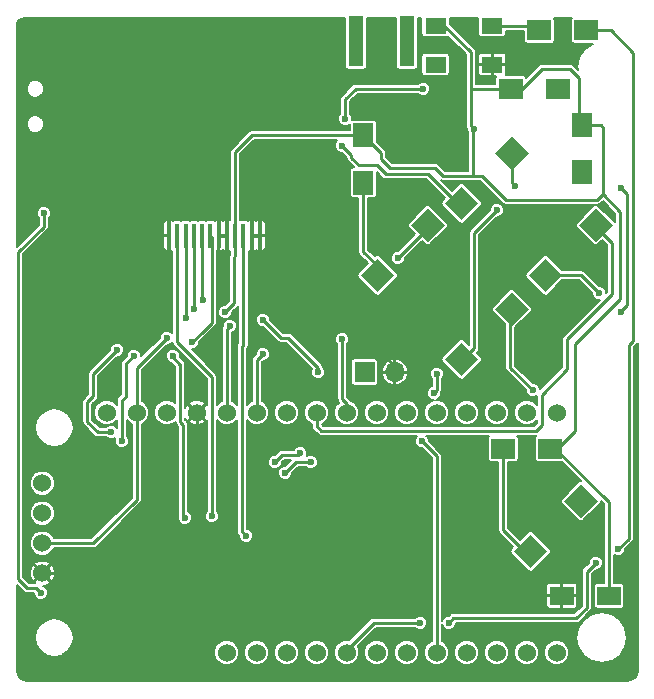
<source format=gbr>
G04 #@! TF.FileFunction,Copper,L1,Top,Signal*
%FSLAX46Y46*%
G04 Gerber Fmt 4.6, Leading zero omitted, Abs format (unit mm)*
G04 Created by KiCad (PCBNEW 4.0.4-stable) date 04/18/19 20:28:09*
%MOMM*%
%LPD*%
G01*
G04 APERTURE LIST*
%ADD10C,0.100000*%
%ADD11R,1.270000X4.191000*%
%ADD12R,1.700000X1.700000*%
%ADD13O,1.700000X1.700000*%
%ADD14C,1.524000*%
%ADD15R,2.000000X1.600000*%
%ADD16R,0.350000X2.000000*%
%ADD17R,1.700000X2.000000*%
%ADD18R,2.000000X1.700000*%
%ADD19R,1.800000X1.400000*%
%ADD20C,0.600000*%
%ADD21C,0.250000*%
%ADD22C,0.200000*%
G04 APERTURE END LIST*
D10*
D11*
X126885700Y-36893500D03*
X131178300Y-36893500D03*
D12*
X127635000Y-64897000D03*
D13*
X130175000Y-64897000D03*
D10*
G36*
X131551533Y-52454253D02*
X132965747Y-51040039D01*
X134379961Y-52454253D01*
X132965747Y-53868467D01*
X131551533Y-52454253D01*
X131551533Y-52454253D01*
G37*
G36*
X127308893Y-56696893D02*
X128723107Y-55282679D01*
X130137321Y-56696893D01*
X128723107Y-58111107D01*
X127308893Y-56696893D01*
X127308893Y-56696893D01*
G37*
G36*
X138663533Y-59566253D02*
X140077747Y-58152039D01*
X141491961Y-59566253D01*
X140077747Y-60980467D01*
X138663533Y-59566253D01*
X138663533Y-59566253D01*
G37*
G36*
X134420893Y-63808893D02*
X135835107Y-62394679D01*
X137249321Y-63808893D01*
X135835107Y-65223107D01*
X134420893Y-63808893D01*
X134420893Y-63808893D01*
G37*
G36*
X138663533Y-46358253D02*
X140077747Y-44944039D01*
X141491961Y-46358253D01*
X140077747Y-47772467D01*
X138663533Y-46358253D01*
X138663533Y-46358253D01*
G37*
G36*
X134420893Y-50600893D02*
X135835107Y-49186679D01*
X137249321Y-50600893D01*
X135835107Y-52015107D01*
X134420893Y-50600893D01*
X134420893Y-50600893D01*
G37*
G36*
X145775533Y-52454253D02*
X147189747Y-51040039D01*
X148603961Y-52454253D01*
X147189747Y-53868467D01*
X145775533Y-52454253D01*
X145775533Y-52454253D01*
G37*
G36*
X141532893Y-56696893D02*
X142947107Y-55282679D01*
X144361321Y-56696893D01*
X142947107Y-58111107D01*
X141532893Y-56696893D01*
X141532893Y-56696893D01*
G37*
G36*
X144505533Y-75822253D02*
X145919747Y-74408039D01*
X147333961Y-75822253D01*
X145919747Y-77236467D01*
X144505533Y-75822253D01*
X144505533Y-75822253D01*
G37*
G36*
X140262893Y-80064893D02*
X141677107Y-78650679D01*
X143091321Y-80064893D01*
X141677107Y-81479107D01*
X140262893Y-80064893D01*
X140262893Y-80064893D01*
G37*
D14*
X100330000Y-81915000D03*
X100330000Y-79375000D03*
X100330000Y-76835000D03*
X100330000Y-74295000D03*
D15*
X144304000Y-83820000D03*
X148304000Y-83820000D03*
D14*
X105791000Y-68326000D03*
X108331000Y-68326000D03*
X110871000Y-68326000D03*
X113411000Y-68326000D03*
X115951000Y-68326000D03*
X118491000Y-68326000D03*
X121031000Y-68326000D03*
X123571000Y-68326000D03*
X126111000Y-68326000D03*
X128651000Y-68326000D03*
X131191000Y-68326000D03*
X133731000Y-68326000D03*
X136271000Y-68326000D03*
X138811000Y-68326000D03*
X141351000Y-68326000D03*
X143891000Y-68326000D03*
X143891000Y-88646000D03*
X141351000Y-88646000D03*
X138811000Y-88646000D03*
X136271000Y-88646000D03*
X133731000Y-88646000D03*
X131191000Y-88646000D03*
X128651000Y-88646000D03*
X126111000Y-88646000D03*
X123571000Y-88646000D03*
X121031000Y-88646000D03*
X118491000Y-88646000D03*
X115951000Y-88646000D03*
D16*
X118760000Y-53340000D03*
X118060000Y-53340000D03*
X117360000Y-53340000D03*
X116660000Y-53340000D03*
X115960000Y-53340000D03*
X115260000Y-53340000D03*
X114560000Y-53340000D03*
X113860000Y-53340000D03*
X113160000Y-53340000D03*
X112460000Y-53340000D03*
X111760000Y-53340000D03*
X111060000Y-53340000D03*
D17*
X127508000Y-44863000D03*
X127508000Y-48863000D03*
D18*
X143986000Y-40894000D03*
X139986000Y-40894000D03*
D17*
X146050000Y-47974000D03*
X146050000Y-43974000D03*
D18*
X139351000Y-71374000D03*
X143351000Y-71374000D03*
X142399000Y-35941000D03*
X146399000Y-35941000D03*
D19*
X133617000Y-35561000D03*
X133617000Y-38861000D03*
X138417000Y-38861000D03*
X138417000Y-35561000D03*
D20*
X138417000Y-38861000D03*
X130937000Y-44577000D03*
X127000000Y-42291000D03*
X122555000Y-46228000D03*
X102997000Y-63627000D03*
X102997000Y-65278000D03*
X144145000Y-83947000D03*
X128778000Y-61087000D03*
X115824000Y-49657000D03*
X117348000Y-49657000D03*
X108966000Y-47498000D03*
X139954000Y-41021000D03*
X115824000Y-59817000D03*
X110871000Y-61976000D03*
X136906000Y-44323000D03*
X116205000Y-60960000D03*
X118999000Y-63373000D03*
X123698000Y-64897000D03*
X118999000Y-60452000D03*
X113919000Y-58801000D03*
X122174000Y-71755000D03*
X120015000Y-72517000D03*
X106172000Y-69977000D03*
X106680000Y-62992000D03*
X113157000Y-59563000D03*
X123063000Y-72517000D03*
X120904000Y-73406000D03*
X107061000Y-70739000D03*
X108077000Y-63500000D03*
X112522000Y-60325000D03*
X114681000Y-77089000D03*
X113030000Y-62357000D03*
X111379000Y-63500000D03*
X112395000Y-77216000D03*
X133731000Y-65024000D03*
X133477000Y-66675000D03*
X132461000Y-70739000D03*
X117602000Y-78740000D03*
X125730000Y-62103000D03*
X130429000Y-55245000D03*
X141859000Y-66421000D03*
X140335000Y-49149000D03*
X145919747Y-75822253D03*
X100457000Y-51435000D03*
X100203000Y-83566000D03*
X138811000Y-51181000D03*
X143891000Y-41021000D03*
X132588000Y-40894000D03*
X125984000Y-43434000D03*
X125730000Y-45720000D03*
X146050000Y-47974000D03*
X147447000Y-58166000D03*
X149352000Y-59817000D03*
X149352000Y-49276000D03*
X132334000Y-86106000D03*
X134747000Y-86106000D03*
X147193000Y-81026000D03*
X149098000Y-79883000D03*
D21*
X128778000Y-61087000D02*
X126873000Y-59182000D01*
X130937000Y-42799000D02*
X130937000Y-44577000D01*
X129921000Y-41783000D02*
X130937000Y-42799000D01*
X127508000Y-41783000D02*
X129921000Y-41783000D01*
X127000000Y-42291000D02*
X127508000Y-41783000D01*
X122555000Y-55626000D02*
X122555000Y-46228000D01*
X126111000Y-59182000D02*
X122555000Y-55626000D01*
X126873000Y-59182000D02*
X126111000Y-59182000D01*
X128778000Y-61087000D02*
X122301000Y-61087000D01*
X118060000Y-56846000D02*
X118060000Y-53340000D01*
X122301000Y-61087000D02*
X118060000Y-56846000D01*
X102997000Y-65278000D02*
X102997000Y-63627000D01*
X144145000Y-83947000D02*
X144272000Y-83820000D01*
X144272000Y-83820000D02*
X144304000Y-83820000D01*
X130175000Y-64897000D02*
X130175000Y-64389000D01*
X130175000Y-64389000D02*
X128778000Y-62992000D01*
X128778000Y-62992000D02*
X128778000Y-61087000D01*
X118060000Y-53340000D02*
X118760000Y-53340000D01*
X114427000Y-49657000D02*
X115824000Y-49657000D01*
X117348000Y-49657000D02*
X117983000Y-50292000D01*
X117983000Y-50292000D02*
X117983000Y-50673000D01*
X117983000Y-50673000D02*
X118060000Y-50750000D01*
X118060000Y-50750000D02*
X118060000Y-53340000D01*
X115260000Y-53340000D02*
X115960000Y-53340000D01*
X111060000Y-49657000D02*
X114427000Y-49657000D01*
X115260000Y-50490000D02*
X115260000Y-53340000D01*
X114427000Y-49657000D02*
X115260000Y-50490000D01*
X111060000Y-53340000D02*
X111060000Y-49657000D01*
X111060000Y-49657000D02*
X111060000Y-49592000D01*
X111060000Y-49592000D02*
X108966000Y-47498000D01*
X100330000Y-81915000D02*
X108966000Y-81915000D01*
X113411000Y-77470000D02*
X113411000Y-68326000D01*
X108966000Y-81915000D02*
X113411000Y-77470000D01*
X136620000Y-40894000D02*
X136620000Y-37814000D01*
X136620000Y-37814000D02*
X134367000Y-35561000D01*
X134367000Y-35561000D02*
X133617000Y-35561000D01*
X139954000Y-41021000D02*
X139986000Y-40989000D01*
X139986000Y-40989000D02*
X139986000Y-40894000D01*
X108331000Y-68326000D02*
X108331000Y-64516000D01*
X116660000Y-55044000D02*
X116660000Y-53340000D01*
X116586000Y-55118000D02*
X116660000Y-55044000D01*
X116586000Y-59055000D02*
X116586000Y-55118000D01*
X115824000Y-59817000D02*
X116586000Y-59055000D01*
X108331000Y-64516000D02*
X110871000Y-61976000D01*
X143351000Y-71374000D02*
X143891000Y-71374000D01*
X143891000Y-71374000D02*
X145415000Y-69850000D01*
X147764500Y-49847500D02*
X147828000Y-49847500D01*
X149225000Y-51308000D02*
X147764500Y-49847500D01*
X149225000Y-58674000D02*
X149225000Y-51308000D01*
X145415000Y-62484000D02*
X149225000Y-58674000D01*
X145415000Y-69850000D02*
X145415000Y-62484000D01*
X147828000Y-44323000D02*
X147828000Y-44196000D01*
X147606000Y-43974000D02*
X146050000Y-43974000D01*
X147828000Y-44196000D02*
X147606000Y-43974000D01*
X147828000Y-44260000D02*
X147828000Y-44323000D01*
X147828000Y-44323000D02*
X147828000Y-49847500D01*
X147828000Y-49847500D02*
X147828000Y-49784000D01*
X147828000Y-49784000D02*
X147320000Y-50292000D01*
X147320000Y-50292000D02*
X139573000Y-50292000D01*
X139573000Y-50292000D02*
X137541000Y-48260000D01*
X137541000Y-48260000D02*
X136779000Y-48260000D01*
X136779000Y-48260000D02*
X136779000Y-44450000D01*
X136779000Y-44450000D02*
X136906000Y-44323000D01*
X136620000Y-40894000D02*
X136620000Y-44037000D01*
X136620000Y-44037000D02*
X136906000Y-44323000D01*
X129032000Y-46387000D02*
X127508000Y-44863000D01*
X136779000Y-48260000D02*
X134239000Y-48260000D01*
X134239000Y-48260000D02*
X133604000Y-47625000D01*
X133604000Y-47625000D02*
X129794000Y-47625000D01*
X129794000Y-47625000D02*
X129032000Y-46863000D01*
X129032000Y-46863000D02*
X129032000Y-46387000D01*
X127508000Y-44863000D02*
X118078000Y-44863000D01*
X116660000Y-46281000D02*
X116660000Y-53340000D01*
X118078000Y-44863000D02*
X116660000Y-46281000D01*
X139986000Y-40894000D02*
X140970000Y-40894000D01*
X140970000Y-40894000D02*
X142621000Y-39243000D01*
X145796000Y-40005000D02*
X145796000Y-43720000D01*
X145034000Y-39243000D02*
X145796000Y-40005000D01*
X142621000Y-39243000D02*
X145034000Y-39243000D01*
X145796000Y-43720000D02*
X146050000Y-43974000D01*
X136620000Y-40894000D02*
X139986000Y-40894000D01*
X148304000Y-83820000D02*
X148304000Y-75914000D01*
X148304000Y-75914000D02*
X143764000Y-71374000D01*
X143764000Y-71374000D02*
X143351000Y-71374000D01*
X100330000Y-79375000D02*
X104648000Y-79375000D01*
X108331000Y-75692000D02*
X108331000Y-68326000D01*
X104648000Y-79375000D02*
X108331000Y-75692000D01*
X115951000Y-68326000D02*
X115951000Y-61214000D01*
X115951000Y-61214000D02*
X116205000Y-60960000D01*
X118491000Y-68326000D02*
X118491000Y-63881000D01*
X118491000Y-63881000D02*
X118999000Y-63373000D01*
X113860000Y-53340000D02*
X113860000Y-58742000D01*
X123698000Y-64516000D02*
X123698000Y-64897000D01*
X121158000Y-61976000D02*
X123698000Y-64516000D01*
X120523000Y-61976000D02*
X121158000Y-61976000D01*
X118999000Y-60452000D02*
X120523000Y-61976000D01*
X113860000Y-58742000D02*
X113919000Y-58801000D01*
X113160000Y-53340000D02*
X113160000Y-59560000D01*
X122047000Y-71882000D02*
X122174000Y-71755000D01*
X120650000Y-71882000D02*
X122047000Y-71882000D01*
X120015000Y-72517000D02*
X120650000Y-71882000D01*
X105029000Y-69977000D02*
X106172000Y-69977000D01*
X104140000Y-69088000D02*
X105029000Y-69977000D01*
X104140000Y-67437000D02*
X104140000Y-69088000D01*
X104648000Y-66929000D02*
X104140000Y-67437000D01*
X104648000Y-65024000D02*
X104648000Y-66929000D01*
X106680000Y-62992000D02*
X104648000Y-65024000D01*
X113160000Y-59560000D02*
X113157000Y-59563000D01*
X112460000Y-53340000D02*
X112460000Y-60263000D01*
X121793000Y-72517000D02*
X123063000Y-72517000D01*
X120904000Y-73406000D02*
X121793000Y-72517000D01*
X107061000Y-70231000D02*
X107061000Y-70739000D01*
X107061000Y-67310000D02*
X107061000Y-70231000D01*
X107442000Y-66929000D02*
X107061000Y-67310000D01*
X107442000Y-64135000D02*
X107442000Y-66929000D01*
X108077000Y-63500000D02*
X107442000Y-64135000D01*
X112460000Y-60263000D02*
X112522000Y-60325000D01*
X111760000Y-62357000D02*
X111760000Y-53340000D01*
X114681000Y-65278000D02*
X111760000Y-62357000D01*
X114681000Y-68580000D02*
X114681000Y-65278000D01*
X114681000Y-77089000D02*
X114681000Y-68580000D01*
X114681000Y-60706000D02*
X114681000Y-53461000D01*
X113919000Y-61468000D02*
X114681000Y-60706000D01*
X113030000Y-62357000D02*
X113919000Y-61468000D01*
X111379000Y-63627000D02*
X111379000Y-63500000D01*
X112014000Y-64262000D02*
X111379000Y-63627000D01*
X112014000Y-69088000D02*
X112014000Y-64262000D01*
X112268000Y-69342000D02*
X112014000Y-69088000D01*
X112268000Y-77089000D02*
X112268000Y-69342000D01*
X112395000Y-77216000D02*
X112268000Y-77089000D01*
X114681000Y-53461000D02*
X114560000Y-53340000D01*
X133731000Y-88646000D02*
X133731000Y-72009000D01*
X133731000Y-66421000D02*
X133731000Y-65024000D01*
X133477000Y-66675000D02*
X133731000Y-66421000D01*
X133731000Y-72009000D02*
X132461000Y-70739000D01*
X117360000Y-62599000D02*
X117360000Y-53340000D01*
X117221000Y-62738000D02*
X117360000Y-62599000D01*
X117221000Y-78359000D02*
X117221000Y-62738000D01*
X117602000Y-78740000D02*
X117221000Y-78359000D01*
X126111000Y-68326000D02*
X126111000Y-67564000D01*
X126111000Y-67564000D02*
X125730000Y-67183000D01*
X125730000Y-67183000D02*
X125730000Y-62103000D01*
X130429000Y-55245000D02*
X132965747Y-52708253D01*
X132965747Y-52708253D02*
X132965747Y-52454253D01*
X140077747Y-59566253D02*
X140077747Y-60582253D01*
X140077747Y-60582253D02*
X139954000Y-60706000D01*
X139954000Y-60706000D02*
X139954000Y-64516000D01*
X139954000Y-64516000D02*
X141859000Y-66421000D01*
X140077747Y-48891747D02*
X140077747Y-46358253D01*
X140335000Y-49149000D02*
X140077747Y-48891747D01*
X147189747Y-52454253D02*
X147189747Y-52574747D01*
X147189747Y-52574747D02*
X148590000Y-53975000D01*
X148590000Y-53975000D02*
X148590000Y-58293000D01*
X148590000Y-58293000D02*
X145034000Y-61849000D01*
X145034000Y-61849000D02*
X144780000Y-62103000D01*
X144780000Y-62103000D02*
X144780000Y-64643000D01*
X144780000Y-64643000D02*
X142621000Y-66802000D01*
X142621000Y-66802000D02*
X142621000Y-69342000D01*
X142621000Y-69342000D02*
X142113000Y-69850000D01*
X142113000Y-69850000D02*
X123952000Y-69850000D01*
X123952000Y-69850000D02*
X123571000Y-69469000D01*
X123571000Y-69469000D02*
X123571000Y-68326000D01*
X100457000Y-52578000D02*
X100457000Y-51435000D01*
X98298000Y-54737000D02*
X100457000Y-52578000D01*
X98298000Y-82423000D02*
X98298000Y-54737000D01*
X99060000Y-83185000D02*
X98298000Y-82423000D01*
X99822000Y-83185000D02*
X99060000Y-83185000D01*
X100203000Y-83566000D02*
X99822000Y-83185000D01*
X128723107Y-56696893D02*
X128723107Y-55952107D01*
X128723107Y-55952107D02*
X127508000Y-54737000D01*
X127508000Y-54737000D02*
X127508000Y-48863000D01*
X135835107Y-63808893D02*
X135962107Y-63808893D01*
X135962107Y-63808893D02*
X136906000Y-62865000D01*
X136906000Y-62865000D02*
X136906000Y-53086000D01*
X136906000Y-53086000D02*
X138811000Y-51181000D01*
X143891000Y-41021000D02*
X143986000Y-40926000D01*
X143986000Y-40926000D02*
X143986000Y-40894000D01*
X126492000Y-46482000D02*
X125730000Y-45720000D01*
X126492000Y-46736000D02*
X126492000Y-46482000D01*
X127127000Y-47371000D02*
X126492000Y-46736000D01*
X128651000Y-47371000D02*
X127127000Y-47371000D01*
X129413000Y-48133000D02*
X128651000Y-47371000D01*
X132969000Y-48133000D02*
X129413000Y-48133000D01*
X135436893Y-50600893D02*
X132969000Y-48133000D01*
X126873000Y-40894000D02*
X132588000Y-40894000D01*
X125984000Y-41783000D02*
X126873000Y-40894000D01*
X125984000Y-43434000D02*
X125984000Y-41783000D01*
X135835107Y-50600893D02*
X135436893Y-50600893D01*
X142947107Y-56696893D02*
X145977893Y-56696893D01*
X147447000Y-58166000D02*
X145977893Y-56696893D01*
X149352000Y-59690000D02*
X149352000Y-59817000D01*
X149860000Y-59182000D02*
X149352000Y-59690000D01*
X149860000Y-58039000D02*
X149860000Y-59182000D01*
X149860000Y-54483000D02*
X149860000Y-58039000D01*
X149860000Y-49784000D02*
X149860000Y-54483000D01*
X149352000Y-49276000D02*
X149860000Y-49784000D01*
X141677107Y-80064893D02*
X141151893Y-80064893D01*
X141151893Y-80064893D02*
X139351000Y-78264000D01*
X139351000Y-78264000D02*
X139351000Y-71374000D01*
X138417000Y-35561000D02*
X142019000Y-35561000D01*
X142019000Y-35561000D02*
X142399000Y-35941000D01*
X126111000Y-88646000D02*
X126111000Y-88392000D01*
X126111000Y-88392000D02*
X128397000Y-86106000D01*
X128397000Y-86106000D02*
X132334000Y-86106000D01*
X134747000Y-86106000D02*
X135128000Y-85725000D01*
X135128000Y-85725000D02*
X145542000Y-85725000D01*
X145542000Y-85725000D02*
X146431000Y-84836000D01*
X146431000Y-84836000D02*
X146431000Y-81788000D01*
X146431000Y-81788000D02*
X147193000Y-81026000D01*
X149098000Y-79883000D02*
X149987000Y-78994000D01*
X149987000Y-78994000D02*
X149987000Y-62611000D01*
X149987000Y-62611000D02*
X150368000Y-62230000D01*
X150368000Y-62230000D02*
X150368000Y-37846000D01*
X150368000Y-37846000D02*
X148463000Y-35941000D01*
X148463000Y-35941000D02*
X146399000Y-35941000D01*
D22*
G36*
X125944823Y-38989000D02*
X125965742Y-39100173D01*
X126031445Y-39202279D01*
X126131697Y-39270778D01*
X126250700Y-39294877D01*
X127520700Y-39294877D01*
X127631873Y-39273958D01*
X127733979Y-39208255D01*
X127802478Y-39108003D01*
X127826577Y-38989000D01*
X127826577Y-34919000D01*
X130237423Y-34919000D01*
X130237423Y-38989000D01*
X130258342Y-39100173D01*
X130324045Y-39202279D01*
X130424297Y-39270778D01*
X130543300Y-39294877D01*
X131813300Y-39294877D01*
X131924473Y-39273958D01*
X132026579Y-39208255D01*
X132095078Y-39108003D01*
X132119177Y-38989000D01*
X132119177Y-38161000D01*
X132411123Y-38161000D01*
X132411123Y-39561000D01*
X132432042Y-39672173D01*
X132497745Y-39774279D01*
X132597997Y-39842778D01*
X132717000Y-39866877D01*
X134517000Y-39866877D01*
X134628173Y-39845958D01*
X134730279Y-39780255D01*
X134798778Y-39680003D01*
X134822877Y-39561000D01*
X134822877Y-38161000D01*
X134801958Y-38049827D01*
X134736255Y-37947721D01*
X134636003Y-37879222D01*
X134517000Y-37855123D01*
X132717000Y-37855123D01*
X132605827Y-37876042D01*
X132503721Y-37941745D01*
X132435222Y-38041997D01*
X132411123Y-38161000D01*
X132119177Y-38161000D01*
X132119177Y-34919000D01*
X132411123Y-34919000D01*
X132411123Y-36261000D01*
X132432042Y-36372173D01*
X132497745Y-36474279D01*
X132597997Y-36542778D01*
X132717000Y-36566877D01*
X134517000Y-36566877D01*
X134628173Y-36545958D01*
X134702859Y-36497899D01*
X136195000Y-37990040D01*
X136195000Y-44037000D01*
X136217374Y-44149480D01*
X136227351Y-44199641D01*
X136306004Y-44317353D01*
X136305896Y-44441824D01*
X136354000Y-44558245D01*
X136354000Y-47835000D01*
X134415041Y-47835000D01*
X133904520Y-47324480D01*
X133766641Y-47232351D01*
X133739657Y-47226984D01*
X133604000Y-47200000D01*
X129970041Y-47200000D01*
X129457000Y-46686960D01*
X129457000Y-46387000D01*
X129424649Y-46224360D01*
X129353821Y-46118359D01*
X129332520Y-46086479D01*
X128663877Y-45417836D01*
X128663877Y-43863000D01*
X128642958Y-43751827D01*
X128577255Y-43649721D01*
X128477003Y-43581222D01*
X128358000Y-43557123D01*
X126658000Y-43557123D01*
X126576150Y-43572524D01*
X126583896Y-43553871D01*
X126584104Y-43315176D01*
X126492952Y-43094571D01*
X126409000Y-43010472D01*
X126409000Y-41959040D01*
X127049040Y-41319000D01*
X132164470Y-41319000D01*
X132247683Y-41402359D01*
X132468129Y-41493896D01*
X132706824Y-41494104D01*
X132927429Y-41402952D01*
X133096359Y-41234317D01*
X133187896Y-41013871D01*
X133188104Y-40775176D01*
X133096952Y-40554571D01*
X132928317Y-40385641D01*
X132707871Y-40294104D01*
X132469176Y-40293896D01*
X132248571Y-40385048D01*
X132164472Y-40469000D01*
X126873000Y-40469000D01*
X126710359Y-40501351D01*
X126572480Y-40593480D01*
X125683480Y-41482480D01*
X125591351Y-41620359D01*
X125591351Y-41620360D01*
X125559000Y-41783000D01*
X125559000Y-43010470D01*
X125475641Y-43093683D01*
X125384104Y-43314129D01*
X125383896Y-43552824D01*
X125475048Y-43773429D01*
X125643683Y-43942359D01*
X125864129Y-44033896D01*
X126102824Y-44034104D01*
X126323429Y-43942952D01*
X126352123Y-43914308D01*
X126352123Y-44438000D01*
X118078000Y-44438000D01*
X117915359Y-44470351D01*
X117777480Y-44562479D01*
X116359480Y-45980480D01*
X116267351Y-46118359D01*
X116267351Y-46118360D01*
X116235000Y-46281000D01*
X116235000Y-52056703D01*
X116194674Y-52040000D01*
X116085000Y-52040000D01*
X116010000Y-52115000D01*
X116010000Y-53290000D01*
X116030000Y-53290000D01*
X116030000Y-53390000D01*
X116010000Y-53390000D01*
X116010000Y-54565000D01*
X116085000Y-54640000D01*
X116194674Y-54640000D01*
X116235000Y-54623297D01*
X116235000Y-54893028D01*
X116193351Y-54955359D01*
X116193351Y-54955360D01*
X116161000Y-55118000D01*
X116161000Y-58878959D01*
X115822961Y-59216999D01*
X115705176Y-59216896D01*
X115484571Y-59308048D01*
X115315641Y-59476683D01*
X115224104Y-59697129D01*
X115223896Y-59935824D01*
X115315048Y-60156429D01*
X115483683Y-60325359D01*
X115704129Y-60416896D01*
X115942824Y-60417104D01*
X116163429Y-60325952D01*
X116332359Y-60157317D01*
X116423896Y-59936871D01*
X116424000Y-59818041D01*
X116886521Y-59355520D01*
X116935000Y-59282966D01*
X116935000Y-62422960D01*
X116920480Y-62437480D01*
X116828351Y-62575359D01*
X116828351Y-62575360D01*
X116796000Y-62738000D01*
X116796000Y-67669269D01*
X116553360Y-67426205D01*
X116376000Y-67352559D01*
X116376000Y-61538545D01*
X116544429Y-61468952D01*
X116713359Y-61300317D01*
X116804896Y-61079871D01*
X116805104Y-60841176D01*
X116713952Y-60620571D01*
X116545317Y-60451641D01*
X116324871Y-60360104D01*
X116086176Y-60359896D01*
X115865571Y-60451048D01*
X115696641Y-60619683D01*
X115605104Y-60840129D01*
X115604981Y-60981574D01*
X115558351Y-61051359D01*
X115558351Y-61051360D01*
X115526000Y-61214000D01*
X115526000Y-67352521D01*
X115350211Y-67425155D01*
X115106000Y-67668940D01*
X115106000Y-65278000D01*
X115073649Y-65115360D01*
X115073649Y-65115359D01*
X114981521Y-64977480D01*
X112960981Y-62956940D01*
X113148824Y-62957104D01*
X113369429Y-62865952D01*
X113538359Y-62697317D01*
X113629896Y-62476871D01*
X113630000Y-62358040D01*
X114219520Y-61768520D01*
X114981521Y-61006520D01*
X115073649Y-60868641D01*
X115106000Y-60706000D01*
X115106000Y-54640000D01*
X115135000Y-54640000D01*
X115210000Y-54565000D01*
X115210000Y-53390000D01*
X115310000Y-53390000D01*
X115310000Y-54565000D01*
X115385000Y-54640000D01*
X115494674Y-54640000D01*
X115604937Y-54594328D01*
X115610000Y-54589265D01*
X115615063Y-54594328D01*
X115725326Y-54640000D01*
X115835000Y-54640000D01*
X115910000Y-54565000D01*
X115910000Y-53390000D01*
X115310000Y-53390000D01*
X115210000Y-53390000D01*
X115190000Y-53390000D01*
X115190000Y-53290000D01*
X115210000Y-53290000D01*
X115210000Y-52115000D01*
X115310000Y-52115000D01*
X115310000Y-53290000D01*
X115910000Y-53290000D01*
X115910000Y-52115000D01*
X115835000Y-52040000D01*
X115725326Y-52040000D01*
X115615063Y-52085672D01*
X115610000Y-52090735D01*
X115604937Y-52085672D01*
X115494674Y-52040000D01*
X115385000Y-52040000D01*
X115310000Y-52115000D01*
X115210000Y-52115000D01*
X115135000Y-52040000D01*
X115025326Y-52040000D01*
X114915063Y-52085672D01*
X114906585Y-52094150D01*
X114854003Y-52058222D01*
X114735000Y-52034123D01*
X114385000Y-52034123D01*
X114273827Y-52055042D01*
X114209721Y-52096293D01*
X114154003Y-52058222D01*
X114035000Y-52034123D01*
X113685000Y-52034123D01*
X113573827Y-52055042D01*
X113509721Y-52096293D01*
X113454003Y-52058222D01*
X113335000Y-52034123D01*
X112985000Y-52034123D01*
X112873827Y-52055042D01*
X112809721Y-52096293D01*
X112754003Y-52058222D01*
X112635000Y-52034123D01*
X112285000Y-52034123D01*
X112173827Y-52055042D01*
X112109721Y-52096293D01*
X112054003Y-52058222D01*
X111935000Y-52034123D01*
X111585000Y-52034123D01*
X111473827Y-52055042D01*
X111413272Y-52094008D01*
X111404937Y-52085672D01*
X111294674Y-52040000D01*
X111185000Y-52040000D01*
X111110000Y-52115000D01*
X111110000Y-53290000D01*
X111130000Y-53290000D01*
X111130000Y-53390000D01*
X111110000Y-53390000D01*
X111110000Y-54565000D01*
X111185000Y-54640000D01*
X111294674Y-54640000D01*
X111335000Y-54623297D01*
X111335000Y-61591540D01*
X111211317Y-61467641D01*
X110990871Y-61376104D01*
X110752176Y-61375896D01*
X110531571Y-61467048D01*
X110362641Y-61635683D01*
X110271104Y-61856129D01*
X110271000Y-61974959D01*
X108676940Y-63569019D01*
X108677104Y-63381176D01*
X108585952Y-63160571D01*
X108417317Y-62991641D01*
X108196871Y-62900104D01*
X107958176Y-62899896D01*
X107737571Y-62991048D01*
X107568641Y-63159683D01*
X107477104Y-63380129D01*
X107477000Y-63498959D01*
X107141480Y-63834480D01*
X107049351Y-63972359D01*
X107049351Y-63972360D01*
X107017000Y-64135000D01*
X107017000Y-66752959D01*
X106760480Y-67009480D01*
X106668351Y-67147359D01*
X106668351Y-67147360D01*
X106636000Y-67310000D01*
X106636000Y-67669269D01*
X106393360Y-67426205D01*
X106003172Y-67264185D01*
X105580682Y-67263816D01*
X105190211Y-67425155D01*
X104891205Y-67723640D01*
X104729185Y-68113828D01*
X104728816Y-68536318D01*
X104890155Y-68926789D01*
X105188640Y-69225795D01*
X105578828Y-69387815D01*
X106001318Y-69388184D01*
X106391789Y-69226845D01*
X106636000Y-68983060D01*
X106636000Y-69592540D01*
X106512317Y-69468641D01*
X106291871Y-69377104D01*
X106053176Y-69376896D01*
X105832571Y-69468048D01*
X105748472Y-69552000D01*
X105205040Y-69552000D01*
X104565000Y-68911960D01*
X104565000Y-67613040D01*
X104948520Y-67229521D01*
X105033379Y-67102520D01*
X105040649Y-67091640D01*
X105073000Y-66929000D01*
X105073000Y-65200040D01*
X106681039Y-63592001D01*
X106798824Y-63592104D01*
X107019429Y-63500952D01*
X107188359Y-63332317D01*
X107279896Y-63111871D01*
X107280104Y-62873176D01*
X107188952Y-62652571D01*
X107020317Y-62483641D01*
X106799871Y-62392104D01*
X106561176Y-62391896D01*
X106340571Y-62483048D01*
X106171641Y-62651683D01*
X106080104Y-62872129D01*
X106080000Y-62990960D01*
X104347480Y-64723480D01*
X104255351Y-64861359D01*
X104255351Y-64861360D01*
X104223000Y-65024000D01*
X104223000Y-66752959D01*
X103839480Y-67136480D01*
X103747351Y-67274359D01*
X103747351Y-67274360D01*
X103715000Y-67437000D01*
X103715000Y-69088000D01*
X103733173Y-69179360D01*
X103747351Y-69250641D01*
X103839480Y-69388520D01*
X104728480Y-70277520D01*
X104866359Y-70369649D01*
X105029000Y-70402000D01*
X105748470Y-70402000D01*
X105831683Y-70485359D01*
X106052129Y-70576896D01*
X106290824Y-70577104D01*
X106511429Y-70485952D01*
X106519926Y-70477470D01*
X106461104Y-70619129D01*
X106460896Y-70857824D01*
X106552048Y-71078429D01*
X106720683Y-71247359D01*
X106941129Y-71338896D01*
X107179824Y-71339104D01*
X107400429Y-71247952D01*
X107569359Y-71079317D01*
X107660896Y-70858871D01*
X107661104Y-70620176D01*
X107569952Y-70399571D01*
X107486000Y-70315472D01*
X107486000Y-68982731D01*
X107728640Y-69225795D01*
X107906000Y-69299441D01*
X107906000Y-75515959D01*
X104471960Y-78950000D01*
X101303479Y-78950000D01*
X101230845Y-78774211D01*
X100932360Y-78475205D01*
X100542172Y-78313185D01*
X100119682Y-78312816D01*
X99729211Y-78474155D01*
X99430205Y-78772640D01*
X99268185Y-79162828D01*
X99267816Y-79585318D01*
X99429155Y-79975789D01*
X99727640Y-80274795D01*
X100117828Y-80436815D01*
X100540318Y-80437184D01*
X100930789Y-80275845D01*
X101229795Y-79977360D01*
X101303441Y-79800000D01*
X104648000Y-79800000D01*
X104783657Y-79773016D01*
X104810641Y-79767649D01*
X104948520Y-79675520D01*
X108631521Y-75992520D01*
X108723649Y-75854641D01*
X108756000Y-75692000D01*
X108756000Y-69299479D01*
X108931789Y-69226845D01*
X109230795Y-68928360D01*
X109392815Y-68538172D01*
X109392816Y-68536318D01*
X109808816Y-68536318D01*
X109970155Y-68926789D01*
X110268640Y-69225795D01*
X110658828Y-69387815D01*
X111081318Y-69388184D01*
X111471789Y-69226845D01*
X111592624Y-69106220D01*
X111607173Y-69179360D01*
X111621351Y-69250641D01*
X111713480Y-69388520D01*
X111843000Y-69518041D01*
X111843000Y-76980782D01*
X111795104Y-77096129D01*
X111794896Y-77334824D01*
X111886048Y-77555429D01*
X112054683Y-77724359D01*
X112275129Y-77815896D01*
X112513824Y-77816104D01*
X112734429Y-77724952D01*
X112903359Y-77556317D01*
X112994896Y-77335871D01*
X112995104Y-77097176D01*
X112903952Y-76876571D01*
X112735317Y-76707641D01*
X112693000Y-76690069D01*
X112693000Y-69342000D01*
X112660649Y-69179360D01*
X112599604Y-69088000D01*
X112589651Y-69073104D01*
X112734606Y-69073104D01*
X112815673Y-69230463D01*
X113207112Y-69389437D01*
X113629591Y-69386512D01*
X114006327Y-69230463D01*
X114087394Y-69073104D01*
X113411000Y-68396711D01*
X112734606Y-69073104D01*
X112589651Y-69073104D01*
X112568520Y-69041479D01*
X112439000Y-68911960D01*
X112439000Y-68758278D01*
X112506537Y-68921327D01*
X112663896Y-69002394D01*
X113340289Y-68326000D01*
X112663896Y-67649606D01*
X112506537Y-67730673D01*
X112439000Y-67896968D01*
X112439000Y-67578896D01*
X112734606Y-67578896D01*
X113411000Y-68255289D01*
X114087394Y-67578896D01*
X114006327Y-67421537D01*
X113614888Y-67262563D01*
X113192409Y-67265488D01*
X112815673Y-67421537D01*
X112734606Y-67578896D01*
X112439000Y-67578896D01*
X112439000Y-64262000D01*
X112406649Y-64099360D01*
X112406649Y-64099359D01*
X112314521Y-63961480D01*
X111977140Y-63624100D01*
X111978896Y-63619871D01*
X111979104Y-63381176D01*
X111887952Y-63160571D01*
X111719317Y-62991641D01*
X111498871Y-62900104D01*
X111260176Y-62899896D01*
X111039571Y-62991048D01*
X110870641Y-63159683D01*
X110779104Y-63380129D01*
X110778896Y-63618824D01*
X110870048Y-63839429D01*
X111038683Y-64008359D01*
X111244981Y-64094021D01*
X111589000Y-64438041D01*
X111589000Y-67542047D01*
X111473360Y-67426205D01*
X111083172Y-67264185D01*
X110660682Y-67263816D01*
X110270211Y-67425155D01*
X109971205Y-67723640D01*
X109809185Y-68113828D01*
X109808816Y-68536318D01*
X109392816Y-68536318D01*
X109393184Y-68115682D01*
X109231845Y-67725211D01*
X108933360Y-67426205D01*
X108756000Y-67352559D01*
X108756000Y-64692040D01*
X110872040Y-62576001D01*
X110989824Y-62576104D01*
X111210429Y-62484952D01*
X111335597Y-62360002D01*
X111358844Y-62476871D01*
X111367351Y-62519641D01*
X111459480Y-62657520D01*
X114256000Y-65454041D01*
X114256000Y-67700039D01*
X114158104Y-67649606D01*
X113481711Y-68326000D01*
X114158104Y-69002394D01*
X114256000Y-68951961D01*
X114256000Y-76665470D01*
X114172641Y-76748683D01*
X114081104Y-76969129D01*
X114080896Y-77207824D01*
X114172048Y-77428429D01*
X114340683Y-77597359D01*
X114561129Y-77688896D01*
X114799824Y-77689104D01*
X115020429Y-77597952D01*
X115189359Y-77429317D01*
X115280896Y-77208871D01*
X115281104Y-76970176D01*
X115189952Y-76749571D01*
X115106000Y-76665472D01*
X115106000Y-68982731D01*
X115348640Y-69225795D01*
X115738828Y-69387815D01*
X116161318Y-69388184D01*
X116551789Y-69226845D01*
X116796000Y-68983060D01*
X116796000Y-78359000D01*
X116818906Y-78474155D01*
X116828351Y-78521641D01*
X116920480Y-78659520D01*
X117001999Y-78741039D01*
X117001896Y-78858824D01*
X117093048Y-79079429D01*
X117261683Y-79248359D01*
X117482129Y-79339896D01*
X117720824Y-79340104D01*
X117941429Y-79248952D01*
X118110359Y-79080317D01*
X118201896Y-78859871D01*
X118202104Y-78621176D01*
X118110952Y-78400571D01*
X117942317Y-78231641D01*
X117721871Y-78140104D01*
X117646000Y-78140038D01*
X117646000Y-72635824D01*
X119414896Y-72635824D01*
X119506048Y-72856429D01*
X119674683Y-73025359D01*
X119895129Y-73116896D01*
X120133824Y-73117104D01*
X120354429Y-73025952D01*
X120523359Y-72857317D01*
X120614896Y-72636871D01*
X120615000Y-72518041D01*
X120826041Y-72307000D01*
X121401960Y-72307000D01*
X120902961Y-72805999D01*
X120785176Y-72805896D01*
X120564571Y-72897048D01*
X120395641Y-73065683D01*
X120304104Y-73286129D01*
X120303896Y-73524824D01*
X120395048Y-73745429D01*
X120563683Y-73914359D01*
X120784129Y-74005896D01*
X121022824Y-74006104D01*
X121243429Y-73914952D01*
X121412359Y-73746317D01*
X121503896Y-73525871D01*
X121504000Y-73407040D01*
X121969040Y-72942000D01*
X122639470Y-72942000D01*
X122722683Y-73025359D01*
X122943129Y-73116896D01*
X123181824Y-73117104D01*
X123402429Y-73025952D01*
X123571359Y-72857317D01*
X123662896Y-72636871D01*
X123663104Y-72398176D01*
X123571952Y-72177571D01*
X123403317Y-72008641D01*
X123182871Y-71917104D01*
X122944176Y-71916896D01*
X122723571Y-72008048D01*
X122715074Y-72016530D01*
X122773896Y-71874871D01*
X122774104Y-71636176D01*
X122682952Y-71415571D01*
X122514317Y-71246641D01*
X122293871Y-71155104D01*
X122055176Y-71154896D01*
X121834571Y-71246048D01*
X121665641Y-71414683D01*
X121648069Y-71457000D01*
X120650000Y-71457000D01*
X120487359Y-71489351D01*
X120349480Y-71581479D01*
X120013961Y-71916999D01*
X119896176Y-71916896D01*
X119675571Y-72008048D01*
X119506641Y-72176683D01*
X119415104Y-72397129D01*
X119414896Y-72635824D01*
X117646000Y-72635824D01*
X117646000Y-68982731D01*
X117888640Y-69225795D01*
X118278828Y-69387815D01*
X118701318Y-69388184D01*
X119091789Y-69226845D01*
X119390795Y-68928360D01*
X119552815Y-68538172D01*
X119552816Y-68536318D01*
X119968816Y-68536318D01*
X120130155Y-68926789D01*
X120428640Y-69225795D01*
X120818828Y-69387815D01*
X121241318Y-69388184D01*
X121631789Y-69226845D01*
X121930795Y-68928360D01*
X122092815Y-68538172D01*
X122093184Y-68115682D01*
X121931845Y-67725211D01*
X121633360Y-67426205D01*
X121243172Y-67264185D01*
X120820682Y-67263816D01*
X120430211Y-67425155D01*
X120131205Y-67723640D01*
X119969185Y-68113828D01*
X119968816Y-68536318D01*
X119552816Y-68536318D01*
X119553184Y-68115682D01*
X119391845Y-67725211D01*
X119093360Y-67426205D01*
X118916000Y-67352559D01*
X118916000Y-64057040D01*
X119000039Y-63973001D01*
X119117824Y-63973104D01*
X119338429Y-63881952D01*
X119507359Y-63713317D01*
X119598896Y-63492871D01*
X119599104Y-63254176D01*
X119507952Y-63033571D01*
X119339317Y-62864641D01*
X119118871Y-62773104D01*
X118880176Y-62772896D01*
X118659571Y-62864048D01*
X118490641Y-63032683D01*
X118399104Y-63253129D01*
X118399000Y-63371959D01*
X118190480Y-63580480D01*
X118098351Y-63718359D01*
X118098351Y-63718360D01*
X118066000Y-63881000D01*
X118066000Y-67352521D01*
X117890211Y-67425155D01*
X117646000Y-67668940D01*
X117646000Y-62914041D01*
X117660521Y-62899520D01*
X117752649Y-62761641D01*
X117785000Y-62599000D01*
X117785000Y-60570824D01*
X118398896Y-60570824D01*
X118490048Y-60791429D01*
X118658683Y-60960359D01*
X118879129Y-61051896D01*
X118997959Y-61052000D01*
X120222479Y-62276520D01*
X120280711Y-62315429D01*
X120360360Y-62368649D01*
X120523000Y-62401000D01*
X120981960Y-62401000D01*
X123174384Y-64593425D01*
X123098104Y-64777129D01*
X123097896Y-65015824D01*
X123189048Y-65236429D01*
X123357683Y-65405359D01*
X123578129Y-65496896D01*
X123816824Y-65497104D01*
X124037429Y-65405952D01*
X124206359Y-65237317D01*
X124297896Y-65016871D01*
X124298104Y-64778176D01*
X124206952Y-64557571D01*
X124112436Y-64462889D01*
X124090649Y-64353360D01*
X124029604Y-64262000D01*
X123998520Y-64215479D01*
X121458520Y-61675480D01*
X121320641Y-61583351D01*
X121293657Y-61577984D01*
X121158000Y-61551000D01*
X120699041Y-61551000D01*
X119599001Y-60450961D01*
X119599104Y-60333176D01*
X119507952Y-60112571D01*
X119339317Y-59943641D01*
X119118871Y-59852104D01*
X118880176Y-59851896D01*
X118659571Y-59943048D01*
X118490641Y-60111683D01*
X118399104Y-60332129D01*
X118398896Y-60570824D01*
X117785000Y-60570824D01*
X117785000Y-54623297D01*
X117825326Y-54640000D01*
X117935000Y-54640000D01*
X118010000Y-54565000D01*
X118010000Y-53390000D01*
X118110000Y-53390000D01*
X118110000Y-54565000D01*
X118185000Y-54640000D01*
X118294674Y-54640000D01*
X118404937Y-54594328D01*
X118410000Y-54589265D01*
X118415063Y-54594328D01*
X118525326Y-54640000D01*
X118635000Y-54640000D01*
X118710000Y-54565000D01*
X118710000Y-53390000D01*
X118810000Y-53390000D01*
X118810000Y-54565000D01*
X118885000Y-54640000D01*
X118994674Y-54640000D01*
X119104937Y-54594328D01*
X119189328Y-54509936D01*
X119235000Y-54399673D01*
X119235000Y-53465000D01*
X119160000Y-53390000D01*
X118810000Y-53390000D01*
X118710000Y-53390000D01*
X118110000Y-53390000D01*
X118010000Y-53390000D01*
X117990000Y-53390000D01*
X117990000Y-53290000D01*
X118010000Y-53290000D01*
X118010000Y-52115000D01*
X118110000Y-52115000D01*
X118110000Y-53290000D01*
X118710000Y-53290000D01*
X118710000Y-52115000D01*
X118810000Y-52115000D01*
X118810000Y-53290000D01*
X119160000Y-53290000D01*
X119235000Y-53215000D01*
X119235000Y-52280327D01*
X119189328Y-52170064D01*
X119104937Y-52085672D01*
X118994674Y-52040000D01*
X118885000Y-52040000D01*
X118810000Y-52115000D01*
X118710000Y-52115000D01*
X118635000Y-52040000D01*
X118525326Y-52040000D01*
X118415063Y-52085672D01*
X118410000Y-52090735D01*
X118404937Y-52085672D01*
X118294674Y-52040000D01*
X118185000Y-52040000D01*
X118110000Y-52115000D01*
X118010000Y-52115000D01*
X117935000Y-52040000D01*
X117825326Y-52040000D01*
X117715063Y-52085672D01*
X117706585Y-52094150D01*
X117654003Y-52058222D01*
X117535000Y-52034123D01*
X117185000Y-52034123D01*
X117085000Y-52052940D01*
X117085000Y-46457040D01*
X118254041Y-45288000D01*
X125313484Y-45288000D01*
X125221641Y-45379683D01*
X125130104Y-45600129D01*
X125129896Y-45838824D01*
X125221048Y-46059429D01*
X125389683Y-46228359D01*
X125610129Y-46319896D01*
X125728959Y-46320000D01*
X126067000Y-46658041D01*
X126067000Y-46736000D01*
X126090670Y-46854997D01*
X126099351Y-46898641D01*
X126191480Y-47036520D01*
X126712082Y-47557123D01*
X126658000Y-47557123D01*
X126546827Y-47578042D01*
X126444721Y-47643745D01*
X126376222Y-47743997D01*
X126352123Y-47863000D01*
X126352123Y-49863000D01*
X126373042Y-49974173D01*
X126438745Y-50076279D01*
X126538997Y-50144778D01*
X126658000Y-50168877D01*
X127083000Y-50168877D01*
X127083000Y-54737000D01*
X127109984Y-54872657D01*
X127115351Y-54899641D01*
X127207480Y-55037520D01*
X127871585Y-55701625D01*
X127092605Y-56480605D01*
X127028786Y-56574008D01*
X127003045Y-56692667D01*
X127025498Y-56811992D01*
X127092605Y-56913181D01*
X128506819Y-58327395D01*
X128600222Y-58391214D01*
X128718881Y-58416955D01*
X128838206Y-58394502D01*
X128939395Y-58327395D01*
X130353609Y-56913181D01*
X130417428Y-56819778D01*
X130443169Y-56701119D01*
X130420716Y-56581794D01*
X130353609Y-56480605D01*
X129236828Y-55363824D01*
X129828896Y-55363824D01*
X129920048Y-55584429D01*
X130088683Y-55753359D01*
X130309129Y-55844896D01*
X130547824Y-55845104D01*
X130768429Y-55753952D01*
X130937359Y-55585317D01*
X131028896Y-55364871D01*
X131029000Y-55246040D01*
X132469872Y-53805168D01*
X132749459Y-54084755D01*
X132842862Y-54148574D01*
X132961521Y-54174315D01*
X133080846Y-54151862D01*
X133182035Y-54084755D01*
X134596249Y-52670541D01*
X134660068Y-52577138D01*
X134685809Y-52458479D01*
X134663356Y-52339154D01*
X134596249Y-52237965D01*
X133182035Y-50823751D01*
X133088632Y-50759932D01*
X132969973Y-50734191D01*
X132850648Y-50756644D01*
X132749459Y-50823751D01*
X131335245Y-52237965D01*
X131271426Y-52331368D01*
X131245685Y-52450027D01*
X131268138Y-52569352D01*
X131335245Y-52670541D01*
X131868832Y-53204128D01*
X130427961Y-54644999D01*
X130310176Y-54644896D01*
X130089571Y-54736048D01*
X129920641Y-54904683D01*
X129829104Y-55125129D01*
X129828896Y-55363824D01*
X129236828Y-55363824D01*
X128939395Y-55066391D01*
X128845992Y-55002572D01*
X128727333Y-54976831D01*
X128608008Y-54999284D01*
X128506819Y-55066391D01*
X128472625Y-55100585D01*
X127933000Y-54560960D01*
X127933000Y-50168877D01*
X128358000Y-50168877D01*
X128469173Y-50147958D01*
X128571279Y-50082255D01*
X128639778Y-49982003D01*
X128663877Y-49863000D01*
X128663877Y-47984917D01*
X129112480Y-48433521D01*
X129250359Y-48525649D01*
X129413000Y-48558000D01*
X132792960Y-48558000D01*
X134412085Y-50177125D01*
X134204605Y-50384605D01*
X134140786Y-50478008D01*
X134115045Y-50596667D01*
X134137498Y-50715992D01*
X134204605Y-50817181D01*
X135618819Y-52231395D01*
X135712222Y-52295214D01*
X135830881Y-52320955D01*
X135950206Y-52298502D01*
X136051395Y-52231395D01*
X137465609Y-50817181D01*
X137529428Y-50723778D01*
X137555169Y-50605119D01*
X137532716Y-50485794D01*
X137465609Y-50384605D01*
X136051395Y-48970391D01*
X135957992Y-48906572D01*
X135839333Y-48880831D01*
X135720008Y-48903284D01*
X135618819Y-48970391D01*
X135013125Y-49576085D01*
X134092999Y-48655959D01*
X134239000Y-48685000D01*
X137364960Y-48685000D01*
X139272480Y-50592520D01*
X139410359Y-50684649D01*
X139437343Y-50690016D01*
X139573000Y-50717000D01*
X147320000Y-50717000D01*
X147455657Y-50690016D01*
X147482641Y-50684649D01*
X147620520Y-50592520D01*
X147764500Y-50448540D01*
X148800000Y-51484040D01*
X148800000Y-52217716D01*
X147406035Y-50823751D01*
X147312632Y-50759932D01*
X147193973Y-50734191D01*
X147074648Y-50756644D01*
X146973459Y-50823751D01*
X145559245Y-52237965D01*
X145495426Y-52331368D01*
X145469685Y-52450027D01*
X145492138Y-52569352D01*
X145559245Y-52670541D01*
X146973459Y-54084755D01*
X147066862Y-54148574D01*
X147185521Y-54174315D01*
X147304846Y-54151862D01*
X147406035Y-54084755D01*
X147752375Y-53738415D01*
X148165000Y-54151041D01*
X148165000Y-58116959D01*
X148046940Y-58235019D01*
X148047104Y-58047176D01*
X147955952Y-57826571D01*
X147787317Y-57657641D01*
X147566871Y-57566104D01*
X147448040Y-57566000D01*
X146278413Y-56396373D01*
X146140534Y-56304244D01*
X146113550Y-56298877D01*
X145977893Y-56271893D01*
X144368897Y-56271893D01*
X143163395Y-55066391D01*
X143069992Y-55002572D01*
X142951333Y-54976831D01*
X142832008Y-54999284D01*
X142730819Y-55066391D01*
X141316605Y-56480605D01*
X141252786Y-56574008D01*
X141227045Y-56692667D01*
X141249498Y-56811992D01*
X141316605Y-56913181D01*
X142730819Y-58327395D01*
X142824222Y-58391214D01*
X142942881Y-58416955D01*
X143062206Y-58394502D01*
X143163395Y-58327395D01*
X144368897Y-57121893D01*
X145801853Y-57121893D01*
X146846999Y-58167039D01*
X146846896Y-58284824D01*
X146938048Y-58505429D01*
X147106683Y-58674359D01*
X147327129Y-58765896D01*
X147515899Y-58766060D01*
X144733482Y-61548478D01*
X144733479Y-61548480D01*
X144479480Y-61802480D01*
X144387351Y-61940359D01*
X144387351Y-61940360D01*
X144355000Y-62103000D01*
X144355000Y-64466960D01*
X142459051Y-66362909D01*
X142459104Y-66302176D01*
X142367952Y-66081571D01*
X142199317Y-65912641D01*
X141978871Y-65821104D01*
X141860040Y-65821000D01*
X140379000Y-64339960D01*
X140379000Y-61111790D01*
X141708249Y-59782541D01*
X141772068Y-59689138D01*
X141797809Y-59570479D01*
X141775356Y-59451154D01*
X141708249Y-59349965D01*
X140294035Y-57935751D01*
X140200632Y-57871932D01*
X140081973Y-57846191D01*
X139962648Y-57868644D01*
X139861459Y-57935751D01*
X138447245Y-59349965D01*
X138383426Y-59443368D01*
X138357685Y-59562027D01*
X138380138Y-59681352D01*
X138447245Y-59782541D01*
X139529000Y-60864296D01*
X139529000Y-64516000D01*
X139538254Y-64562521D01*
X139561351Y-64678641D01*
X139653480Y-64816520D01*
X141258999Y-66422039D01*
X141258896Y-66539824D01*
X141350048Y-66760429D01*
X141518683Y-66929359D01*
X141739129Y-67020896D01*
X141977824Y-67021104D01*
X142196000Y-66930956D01*
X142196000Y-67669269D01*
X141953360Y-67426205D01*
X141563172Y-67264185D01*
X141140682Y-67263816D01*
X140750211Y-67425155D01*
X140451205Y-67723640D01*
X140289185Y-68113828D01*
X140288816Y-68536318D01*
X140450155Y-68926789D01*
X140748640Y-69225795D01*
X141138828Y-69387815D01*
X141561318Y-69388184D01*
X141951789Y-69226845D01*
X142196000Y-68983060D01*
X142196000Y-69165959D01*
X141936960Y-69425000D01*
X124128041Y-69425000D01*
X124000613Y-69297573D01*
X124171789Y-69226845D01*
X124470795Y-68928360D01*
X124632815Y-68538172D01*
X124632816Y-68536318D01*
X125048816Y-68536318D01*
X125210155Y-68926789D01*
X125508640Y-69225795D01*
X125898828Y-69387815D01*
X126321318Y-69388184D01*
X126711789Y-69226845D01*
X127010795Y-68928360D01*
X127172815Y-68538172D01*
X127172816Y-68536318D01*
X127588816Y-68536318D01*
X127750155Y-68926789D01*
X128048640Y-69225795D01*
X128438828Y-69387815D01*
X128861318Y-69388184D01*
X129251789Y-69226845D01*
X129550795Y-68928360D01*
X129712815Y-68538172D01*
X129712816Y-68536318D01*
X130128816Y-68536318D01*
X130290155Y-68926789D01*
X130588640Y-69225795D01*
X130978828Y-69387815D01*
X131401318Y-69388184D01*
X131791789Y-69226845D01*
X132090795Y-68928360D01*
X132252815Y-68538172D01*
X132252816Y-68536318D01*
X132668816Y-68536318D01*
X132830155Y-68926789D01*
X133128640Y-69225795D01*
X133518828Y-69387815D01*
X133941318Y-69388184D01*
X134331789Y-69226845D01*
X134630795Y-68928360D01*
X134792815Y-68538172D01*
X134792816Y-68536318D01*
X135208816Y-68536318D01*
X135370155Y-68926789D01*
X135668640Y-69225795D01*
X136058828Y-69387815D01*
X136481318Y-69388184D01*
X136871789Y-69226845D01*
X137170795Y-68928360D01*
X137332815Y-68538172D01*
X137332816Y-68536318D01*
X137748816Y-68536318D01*
X137910155Y-68926789D01*
X138208640Y-69225795D01*
X138598828Y-69387815D01*
X139021318Y-69388184D01*
X139411789Y-69226845D01*
X139710795Y-68928360D01*
X139872815Y-68538172D01*
X139873184Y-68115682D01*
X139711845Y-67725211D01*
X139413360Y-67426205D01*
X139023172Y-67264185D01*
X138600682Y-67263816D01*
X138210211Y-67425155D01*
X137911205Y-67723640D01*
X137749185Y-68113828D01*
X137748816Y-68536318D01*
X137332816Y-68536318D01*
X137333184Y-68115682D01*
X137171845Y-67725211D01*
X136873360Y-67426205D01*
X136483172Y-67264185D01*
X136060682Y-67263816D01*
X135670211Y-67425155D01*
X135371205Y-67723640D01*
X135209185Y-68113828D01*
X135208816Y-68536318D01*
X134792816Y-68536318D01*
X134793184Y-68115682D01*
X134631845Y-67725211D01*
X134333360Y-67426205D01*
X133943172Y-67264185D01*
X133622927Y-67263905D01*
X133816429Y-67183952D01*
X133985359Y-67015317D01*
X134076896Y-66794871D01*
X134077019Y-66653426D01*
X134123648Y-66583641D01*
X134123649Y-66583640D01*
X134156000Y-66421000D01*
X134156000Y-65447530D01*
X134239359Y-65364317D01*
X134330896Y-65143871D01*
X134331104Y-64905176D01*
X134239952Y-64684571D01*
X134071317Y-64515641D01*
X133850871Y-64424104D01*
X133612176Y-64423896D01*
X133391571Y-64515048D01*
X133222641Y-64683683D01*
X133131104Y-64904129D01*
X133130896Y-65142824D01*
X133222048Y-65363429D01*
X133306000Y-65447528D01*
X133306000Y-66096455D01*
X133137571Y-66166048D01*
X132968641Y-66334683D01*
X132877104Y-66555129D01*
X132876896Y-66793824D01*
X132968048Y-67014429D01*
X133136683Y-67183359D01*
X133357129Y-67274896D01*
X133493579Y-67275015D01*
X133130211Y-67425155D01*
X132831205Y-67723640D01*
X132669185Y-68113828D01*
X132668816Y-68536318D01*
X132252816Y-68536318D01*
X132253184Y-68115682D01*
X132091845Y-67725211D01*
X131793360Y-67426205D01*
X131403172Y-67264185D01*
X130980682Y-67263816D01*
X130590211Y-67425155D01*
X130291205Y-67723640D01*
X130129185Y-68113828D01*
X130128816Y-68536318D01*
X129712816Y-68536318D01*
X129713184Y-68115682D01*
X129551845Y-67725211D01*
X129253360Y-67426205D01*
X128863172Y-67264185D01*
X128440682Y-67263816D01*
X128050211Y-67425155D01*
X127751205Y-67723640D01*
X127589185Y-68113828D01*
X127588816Y-68536318D01*
X127172816Y-68536318D01*
X127173184Y-68115682D01*
X127011845Y-67725211D01*
X126713360Y-67426205D01*
X126446097Y-67315228D01*
X126442604Y-67310000D01*
X126411520Y-67263479D01*
X126155000Y-67006960D01*
X126155000Y-64047000D01*
X126479123Y-64047000D01*
X126479123Y-65747000D01*
X126500042Y-65858173D01*
X126565745Y-65960279D01*
X126665997Y-66028778D01*
X126785000Y-66052877D01*
X128485000Y-66052877D01*
X128596173Y-66031958D01*
X128698279Y-65966255D01*
X128766778Y-65866003D01*
X128790877Y-65747000D01*
X128790877Y-65126115D01*
X129048050Y-65126115D01*
X129221512Y-65539940D01*
X129540134Y-65855883D01*
X129945886Y-66023946D01*
X130125000Y-65970837D01*
X130125000Y-64947000D01*
X130225000Y-64947000D01*
X130225000Y-65970837D01*
X130404114Y-66023946D01*
X130809866Y-65855883D01*
X131128488Y-65539940D01*
X131301950Y-65126115D01*
X131248917Y-64947000D01*
X130225000Y-64947000D01*
X130125000Y-64947000D01*
X129101083Y-64947000D01*
X129048050Y-65126115D01*
X128790877Y-65126115D01*
X128790877Y-64667885D01*
X129048050Y-64667885D01*
X129101083Y-64847000D01*
X130125000Y-64847000D01*
X130125000Y-63823163D01*
X130225000Y-63823163D01*
X130225000Y-64847000D01*
X131248917Y-64847000D01*
X131301950Y-64667885D01*
X131128488Y-64254060D01*
X130809866Y-63938117D01*
X130487680Y-63804667D01*
X134115045Y-63804667D01*
X134137498Y-63923992D01*
X134204605Y-64025181D01*
X135618819Y-65439395D01*
X135712222Y-65503214D01*
X135830881Y-65528955D01*
X135950206Y-65506502D01*
X136051395Y-65439395D01*
X137465609Y-64025181D01*
X137529428Y-63931778D01*
X137555169Y-63813119D01*
X137532716Y-63693794D01*
X137465609Y-63592605D01*
X137122522Y-63249518D01*
X137206520Y-63165521D01*
X137291379Y-63038520D01*
X137298649Y-63027640D01*
X137331000Y-62865000D01*
X137331000Y-53262040D01*
X138812039Y-51781001D01*
X138929824Y-51781104D01*
X139150429Y-51689952D01*
X139319359Y-51521317D01*
X139410896Y-51300871D01*
X139411104Y-51062176D01*
X139319952Y-50841571D01*
X139151317Y-50672641D01*
X138930871Y-50581104D01*
X138692176Y-50580896D01*
X138471571Y-50672048D01*
X138302641Y-50840683D01*
X138211104Y-51061129D01*
X138211000Y-51179960D01*
X136605480Y-52785480D01*
X136513351Y-52923359D01*
X136513351Y-52923360D01*
X136481000Y-53086000D01*
X136481000Y-62607996D01*
X136051395Y-62178391D01*
X135957992Y-62114572D01*
X135839333Y-62088831D01*
X135720008Y-62111284D01*
X135618819Y-62178391D01*
X134204605Y-63592605D01*
X134140786Y-63686008D01*
X134115045Y-63804667D01*
X130487680Y-63804667D01*
X130404114Y-63770054D01*
X130225000Y-63823163D01*
X130125000Y-63823163D01*
X129945886Y-63770054D01*
X129540134Y-63938117D01*
X129221512Y-64254060D01*
X129048050Y-64667885D01*
X128790877Y-64667885D01*
X128790877Y-64047000D01*
X128769958Y-63935827D01*
X128704255Y-63833721D01*
X128604003Y-63765222D01*
X128485000Y-63741123D01*
X126785000Y-63741123D01*
X126673827Y-63762042D01*
X126571721Y-63827745D01*
X126503222Y-63927997D01*
X126479123Y-64047000D01*
X126155000Y-64047000D01*
X126155000Y-62526530D01*
X126238359Y-62443317D01*
X126329896Y-62222871D01*
X126330104Y-61984176D01*
X126238952Y-61763571D01*
X126070317Y-61594641D01*
X125849871Y-61503104D01*
X125611176Y-61502896D01*
X125390571Y-61594048D01*
X125221641Y-61762683D01*
X125130104Y-61983129D01*
X125129896Y-62221824D01*
X125221048Y-62442429D01*
X125305000Y-62526528D01*
X125305000Y-67183000D01*
X125323321Y-67275104D01*
X125337351Y-67345641D01*
X125429480Y-67483520D01*
X125440602Y-67494642D01*
X125211205Y-67723640D01*
X125049185Y-68113828D01*
X125048816Y-68536318D01*
X124632816Y-68536318D01*
X124633184Y-68115682D01*
X124471845Y-67725211D01*
X124173360Y-67426205D01*
X123783172Y-67264185D01*
X123360682Y-67263816D01*
X122970211Y-67425155D01*
X122671205Y-67723640D01*
X122509185Y-68113828D01*
X122508816Y-68536318D01*
X122670155Y-68926789D01*
X122968640Y-69225795D01*
X123146000Y-69299441D01*
X123146000Y-69469000D01*
X123162510Y-69552000D01*
X123178351Y-69631641D01*
X123270480Y-69769520D01*
X123651479Y-70150520D01*
X123743608Y-70212078D01*
X123789360Y-70242649D01*
X123952000Y-70275000D01*
X132076540Y-70275000D01*
X131952641Y-70398683D01*
X131861104Y-70619129D01*
X131860896Y-70857824D01*
X131952048Y-71078429D01*
X132120683Y-71247359D01*
X132341129Y-71338896D01*
X132459959Y-71339000D01*
X133306000Y-72185041D01*
X133306000Y-87672521D01*
X133130211Y-87745155D01*
X132831205Y-88043640D01*
X132669185Y-88433828D01*
X132668816Y-88856318D01*
X132830155Y-89246789D01*
X133128640Y-89545795D01*
X133518828Y-89707815D01*
X133941318Y-89708184D01*
X134331789Y-89546845D01*
X134630795Y-89248360D01*
X134792815Y-88858172D01*
X134792816Y-88856318D01*
X135208816Y-88856318D01*
X135370155Y-89246789D01*
X135668640Y-89545795D01*
X136058828Y-89707815D01*
X136481318Y-89708184D01*
X136871789Y-89546845D01*
X137170795Y-89248360D01*
X137332815Y-88858172D01*
X137332816Y-88856318D01*
X137748816Y-88856318D01*
X137910155Y-89246789D01*
X138208640Y-89545795D01*
X138598828Y-89707815D01*
X139021318Y-89708184D01*
X139411789Y-89546845D01*
X139710795Y-89248360D01*
X139872815Y-88858172D01*
X139872816Y-88856318D01*
X140288816Y-88856318D01*
X140450155Y-89246789D01*
X140748640Y-89545795D01*
X141138828Y-89707815D01*
X141561318Y-89708184D01*
X141951789Y-89546845D01*
X142250795Y-89248360D01*
X142412815Y-88858172D01*
X142412816Y-88856318D01*
X142828816Y-88856318D01*
X142990155Y-89246789D01*
X143288640Y-89545795D01*
X143678828Y-89707815D01*
X144101318Y-89708184D01*
X144491789Y-89546845D01*
X144790795Y-89248360D01*
X144952815Y-88858172D01*
X144953184Y-88435682D01*
X144791845Y-88045211D01*
X144493360Y-87746205D01*
X144103172Y-87584185D01*
X143680682Y-87583816D01*
X143290211Y-87745155D01*
X142991205Y-88043640D01*
X142829185Y-88433828D01*
X142828816Y-88856318D01*
X142412816Y-88856318D01*
X142413184Y-88435682D01*
X142251845Y-88045211D01*
X141953360Y-87746205D01*
X141563172Y-87584185D01*
X141140682Y-87583816D01*
X140750211Y-87745155D01*
X140451205Y-88043640D01*
X140289185Y-88433828D01*
X140288816Y-88856318D01*
X139872816Y-88856318D01*
X139873184Y-88435682D01*
X139711845Y-88045211D01*
X139413360Y-87746205D01*
X139023172Y-87584185D01*
X138600682Y-87583816D01*
X138210211Y-87745155D01*
X137911205Y-88043640D01*
X137749185Y-88433828D01*
X137748816Y-88856318D01*
X137332816Y-88856318D01*
X137333184Y-88435682D01*
X137171845Y-88045211D01*
X136873360Y-87746205D01*
X136483172Y-87584185D01*
X136060682Y-87583816D01*
X135670211Y-87745155D01*
X135371205Y-88043640D01*
X135209185Y-88433828D01*
X135208816Y-88856318D01*
X134792816Y-88856318D01*
X134793184Y-88435682D01*
X134631845Y-88045211D01*
X134333360Y-87746205D01*
X134156000Y-87672559D01*
X134156000Y-87376000D01*
X145546866Y-87376000D01*
X145710840Y-88200351D01*
X146177797Y-88899203D01*
X146876649Y-89366160D01*
X147701000Y-89530134D01*
X148525351Y-89366160D01*
X149224203Y-88899203D01*
X149691160Y-88200351D01*
X149855134Y-87376000D01*
X149691160Y-86551649D01*
X149224203Y-85852797D01*
X148525351Y-85385840D01*
X147701000Y-85221866D01*
X146876649Y-85385840D01*
X146177797Y-85852797D01*
X145710840Y-86551649D01*
X145546866Y-87376000D01*
X134156000Y-87376000D01*
X134156000Y-86246857D01*
X134238048Y-86445429D01*
X134406683Y-86614359D01*
X134627129Y-86705896D01*
X134865824Y-86706104D01*
X135086429Y-86614952D01*
X135255359Y-86446317D01*
X135346896Y-86225871D01*
X135346962Y-86150000D01*
X145542000Y-86150000D01*
X145677657Y-86123016D01*
X145704641Y-86117649D01*
X145842520Y-86025520D01*
X146731520Y-85136520D01*
X146823649Y-84998641D01*
X146856000Y-84836000D01*
X146856000Y-81964040D01*
X147194039Y-81626001D01*
X147311824Y-81626104D01*
X147532429Y-81534952D01*
X147701359Y-81366317D01*
X147792896Y-81145871D01*
X147793104Y-80907176D01*
X147701952Y-80686571D01*
X147533317Y-80517641D01*
X147312871Y-80426104D01*
X147074176Y-80425896D01*
X146853571Y-80517048D01*
X146684641Y-80685683D01*
X146593104Y-80906129D01*
X146593000Y-81024959D01*
X146130480Y-81487480D01*
X146038351Y-81625359D01*
X146038351Y-81625360D01*
X146006000Y-81788000D01*
X146006000Y-84659960D01*
X145365960Y-85300000D01*
X135128000Y-85300000D01*
X134965360Y-85332351D01*
X134965358Y-85332352D01*
X134965359Y-85332352D01*
X134827479Y-85424480D01*
X134745961Y-85505999D01*
X134628176Y-85505896D01*
X134407571Y-85597048D01*
X134238641Y-85765683D01*
X134156000Y-85964705D01*
X134156000Y-83945000D01*
X143004000Y-83945000D01*
X143004000Y-84679673D01*
X143049672Y-84789936D01*
X143134063Y-84874328D01*
X143244326Y-84920000D01*
X144179000Y-84920000D01*
X144254000Y-84845000D01*
X144254000Y-83870000D01*
X144354000Y-83870000D01*
X144354000Y-84845000D01*
X144429000Y-84920000D01*
X145363674Y-84920000D01*
X145473937Y-84874328D01*
X145558328Y-84789936D01*
X145604000Y-84679673D01*
X145604000Y-83945000D01*
X145529000Y-83870000D01*
X144354000Y-83870000D01*
X144254000Y-83870000D01*
X143079000Y-83870000D01*
X143004000Y-83945000D01*
X134156000Y-83945000D01*
X134156000Y-82960327D01*
X143004000Y-82960327D01*
X143004000Y-83695000D01*
X143079000Y-83770000D01*
X144254000Y-83770000D01*
X144254000Y-82795000D01*
X144354000Y-82795000D01*
X144354000Y-83770000D01*
X145529000Y-83770000D01*
X145604000Y-83695000D01*
X145604000Y-82960327D01*
X145558328Y-82850064D01*
X145473937Y-82765672D01*
X145363674Y-82720000D01*
X144429000Y-82720000D01*
X144354000Y-82795000D01*
X144254000Y-82795000D01*
X144179000Y-82720000D01*
X143244326Y-82720000D01*
X143134063Y-82765672D01*
X143049672Y-82850064D01*
X143004000Y-82960327D01*
X134156000Y-82960327D01*
X134156000Y-72009000D01*
X134123649Y-71846360D01*
X134070388Y-71766649D01*
X134031520Y-71708479D01*
X133061001Y-70737961D01*
X133061104Y-70620176D01*
X132969952Y-70399571D01*
X132845599Y-70275000D01*
X138183946Y-70275000D01*
X138137721Y-70304745D01*
X138069222Y-70404997D01*
X138045123Y-70524000D01*
X138045123Y-72224000D01*
X138066042Y-72335173D01*
X138131745Y-72437279D01*
X138231997Y-72505778D01*
X138351000Y-72529877D01*
X138926000Y-72529877D01*
X138926000Y-78264000D01*
X138952984Y-78399657D01*
X138958351Y-78426641D01*
X139050480Y-78564520D01*
X140190585Y-79704625D01*
X140046605Y-79848605D01*
X139982786Y-79942008D01*
X139957045Y-80060667D01*
X139979498Y-80179992D01*
X140046605Y-80281181D01*
X141460819Y-81695395D01*
X141554222Y-81759214D01*
X141672881Y-81784955D01*
X141792206Y-81762502D01*
X141893395Y-81695395D01*
X143307609Y-80281181D01*
X143371428Y-80187778D01*
X143397169Y-80069119D01*
X143374716Y-79949794D01*
X143307609Y-79848605D01*
X141893395Y-78434391D01*
X141799992Y-78370572D01*
X141681333Y-78344831D01*
X141562008Y-78367284D01*
X141460819Y-78434391D01*
X140791625Y-79103585D01*
X139776000Y-78087960D01*
X139776000Y-72529877D01*
X140351000Y-72529877D01*
X140462173Y-72508958D01*
X140564279Y-72443255D01*
X140632778Y-72343003D01*
X140656877Y-72224000D01*
X140656877Y-70524000D01*
X140635958Y-70412827D01*
X140570255Y-70310721D01*
X140517975Y-70275000D01*
X142113000Y-70275000D01*
X142215690Y-70254574D01*
X142137721Y-70304745D01*
X142069222Y-70404997D01*
X142045123Y-70524000D01*
X142045123Y-72224000D01*
X142066042Y-72335173D01*
X142131745Y-72437279D01*
X142231997Y-72505778D01*
X142351000Y-72529877D01*
X144318837Y-72529877D01*
X145896348Y-74107389D01*
X145804648Y-74124644D01*
X145703459Y-74191751D01*
X144289245Y-75605965D01*
X144225426Y-75699368D01*
X144199685Y-75818027D01*
X144222138Y-75937352D01*
X144289245Y-76038541D01*
X145703459Y-77452755D01*
X145796862Y-77516574D01*
X145915521Y-77542315D01*
X146034846Y-77519862D01*
X146136035Y-77452755D01*
X147550249Y-76038541D01*
X147614068Y-75945138D01*
X147635465Y-75846506D01*
X147879000Y-76090041D01*
X147879000Y-82714123D01*
X147304000Y-82714123D01*
X147192827Y-82735042D01*
X147090721Y-82800745D01*
X147022222Y-82900997D01*
X146998123Y-83020000D01*
X146998123Y-84620000D01*
X147019042Y-84731173D01*
X147084745Y-84833279D01*
X147184997Y-84901778D01*
X147304000Y-84925877D01*
X149304000Y-84925877D01*
X149415173Y-84904958D01*
X149517279Y-84839255D01*
X149585778Y-84739003D01*
X149609877Y-84620000D01*
X149609877Y-83020000D01*
X149588958Y-82908827D01*
X149523255Y-82806721D01*
X149423003Y-82738222D01*
X149304000Y-82714123D01*
X148729000Y-82714123D01*
X148729000Y-80362626D01*
X148757683Y-80391359D01*
X148978129Y-80482896D01*
X149216824Y-80483104D01*
X149437429Y-80391952D01*
X149606359Y-80223317D01*
X149697896Y-80002871D01*
X149698000Y-79884040D01*
X150287520Y-79294520D01*
X150379649Y-79156641D01*
X150412000Y-78994000D01*
X150412000Y-62787040D01*
X150668520Y-62530521D01*
X150755000Y-62401094D01*
X150755000Y-90133064D01*
X150680085Y-90509689D01*
X150487666Y-90797666D01*
X150199689Y-90990085D01*
X149823068Y-91065000D01*
X99096936Y-91065000D01*
X98720311Y-90990085D01*
X98432334Y-90797666D01*
X98239915Y-90509689D01*
X98165000Y-90133068D01*
X98165000Y-87376000D01*
X99701000Y-87376000D01*
X99826218Y-88005514D01*
X100182809Y-88539191D01*
X100716486Y-88895782D01*
X101346000Y-89021000D01*
X101975514Y-88895782D01*
X102034576Y-88856318D01*
X114888816Y-88856318D01*
X115050155Y-89246789D01*
X115348640Y-89545795D01*
X115738828Y-89707815D01*
X116161318Y-89708184D01*
X116551789Y-89546845D01*
X116850795Y-89248360D01*
X117012815Y-88858172D01*
X117012816Y-88856318D01*
X117428816Y-88856318D01*
X117590155Y-89246789D01*
X117888640Y-89545795D01*
X118278828Y-89707815D01*
X118701318Y-89708184D01*
X119091789Y-89546845D01*
X119390795Y-89248360D01*
X119552815Y-88858172D01*
X119552816Y-88856318D01*
X119968816Y-88856318D01*
X120130155Y-89246789D01*
X120428640Y-89545795D01*
X120818828Y-89707815D01*
X121241318Y-89708184D01*
X121631789Y-89546845D01*
X121930795Y-89248360D01*
X122092815Y-88858172D01*
X122092816Y-88856318D01*
X122508816Y-88856318D01*
X122670155Y-89246789D01*
X122968640Y-89545795D01*
X123358828Y-89707815D01*
X123781318Y-89708184D01*
X124171789Y-89546845D01*
X124470795Y-89248360D01*
X124632815Y-88858172D01*
X124632816Y-88856318D01*
X125048816Y-88856318D01*
X125210155Y-89246789D01*
X125508640Y-89545795D01*
X125898828Y-89707815D01*
X126321318Y-89708184D01*
X126711789Y-89546845D01*
X127010795Y-89248360D01*
X127172815Y-88858172D01*
X127172816Y-88856318D01*
X127588816Y-88856318D01*
X127750155Y-89246789D01*
X128048640Y-89545795D01*
X128438828Y-89707815D01*
X128861318Y-89708184D01*
X129251789Y-89546845D01*
X129550795Y-89248360D01*
X129712815Y-88858172D01*
X129712816Y-88856318D01*
X130128816Y-88856318D01*
X130290155Y-89246789D01*
X130588640Y-89545795D01*
X130978828Y-89707815D01*
X131401318Y-89708184D01*
X131791789Y-89546845D01*
X132090795Y-89248360D01*
X132252815Y-88858172D01*
X132253184Y-88435682D01*
X132091845Y-88045211D01*
X131793360Y-87746205D01*
X131403172Y-87584185D01*
X130980682Y-87583816D01*
X130590211Y-87745155D01*
X130291205Y-88043640D01*
X130129185Y-88433828D01*
X130128816Y-88856318D01*
X129712816Y-88856318D01*
X129713184Y-88435682D01*
X129551845Y-88045211D01*
X129253360Y-87746205D01*
X128863172Y-87584185D01*
X128440682Y-87583816D01*
X128050211Y-87745155D01*
X127751205Y-88043640D01*
X127589185Y-88433828D01*
X127588816Y-88856318D01*
X127172816Y-88856318D01*
X127173184Y-88435682D01*
X127025582Y-88078458D01*
X128573041Y-86531000D01*
X131910470Y-86531000D01*
X131993683Y-86614359D01*
X132214129Y-86705896D01*
X132452824Y-86706104D01*
X132673429Y-86614952D01*
X132842359Y-86446317D01*
X132933896Y-86225871D01*
X132934104Y-85987176D01*
X132842952Y-85766571D01*
X132674317Y-85597641D01*
X132453871Y-85506104D01*
X132215176Y-85505896D01*
X131994571Y-85597048D01*
X131910472Y-85681000D01*
X128397000Y-85681000D01*
X128234360Y-85713351D01*
X128234358Y-85713352D01*
X128234359Y-85713352D01*
X128096479Y-85805480D01*
X126317779Y-87584180D01*
X125900682Y-87583816D01*
X125510211Y-87745155D01*
X125211205Y-88043640D01*
X125049185Y-88433828D01*
X125048816Y-88856318D01*
X124632816Y-88856318D01*
X124633184Y-88435682D01*
X124471845Y-88045211D01*
X124173360Y-87746205D01*
X123783172Y-87584185D01*
X123360682Y-87583816D01*
X122970211Y-87745155D01*
X122671205Y-88043640D01*
X122509185Y-88433828D01*
X122508816Y-88856318D01*
X122092816Y-88856318D01*
X122093184Y-88435682D01*
X121931845Y-88045211D01*
X121633360Y-87746205D01*
X121243172Y-87584185D01*
X120820682Y-87583816D01*
X120430211Y-87745155D01*
X120131205Y-88043640D01*
X119969185Y-88433828D01*
X119968816Y-88856318D01*
X119552816Y-88856318D01*
X119553184Y-88435682D01*
X119391845Y-88045211D01*
X119093360Y-87746205D01*
X118703172Y-87584185D01*
X118280682Y-87583816D01*
X117890211Y-87745155D01*
X117591205Y-88043640D01*
X117429185Y-88433828D01*
X117428816Y-88856318D01*
X117012816Y-88856318D01*
X117013184Y-88435682D01*
X116851845Y-88045211D01*
X116553360Y-87746205D01*
X116163172Y-87584185D01*
X115740682Y-87583816D01*
X115350211Y-87745155D01*
X115051205Y-88043640D01*
X114889185Y-88433828D01*
X114888816Y-88856318D01*
X102034576Y-88856318D01*
X102509191Y-88539191D01*
X102865782Y-88005514D01*
X102991000Y-87376000D01*
X102865782Y-86746486D01*
X102509191Y-86212809D01*
X101975514Y-85856218D01*
X101346000Y-85731000D01*
X100716486Y-85856218D01*
X100182809Y-86212809D01*
X99826218Y-86746486D01*
X99701000Y-87376000D01*
X98165000Y-87376000D01*
X98165000Y-82891040D01*
X98759480Y-83485521D01*
X98897359Y-83577649D01*
X99060000Y-83610000D01*
X99602961Y-83610000D01*
X99602896Y-83684824D01*
X99694048Y-83905429D01*
X99862683Y-84074359D01*
X100083129Y-84165896D01*
X100321824Y-84166104D01*
X100542429Y-84074952D01*
X100711359Y-83906317D01*
X100802896Y-83685871D01*
X100803104Y-83447176D01*
X100711952Y-83226571D01*
X100543317Y-83057641D01*
X100348858Y-82976895D01*
X100548591Y-82975512D01*
X100925327Y-82819463D01*
X101006394Y-82662104D01*
X100330000Y-81985711D01*
X99653606Y-82662104D01*
X99704039Y-82760000D01*
X99236041Y-82760000D01*
X98723000Y-82246960D01*
X98723000Y-81711112D01*
X99266563Y-81711112D01*
X99269488Y-82133591D01*
X99425537Y-82510327D01*
X99582896Y-82591394D01*
X100259289Y-81915000D01*
X100400711Y-81915000D01*
X101077104Y-82591394D01*
X101234463Y-82510327D01*
X101393437Y-82118888D01*
X101390512Y-81696409D01*
X101234463Y-81319673D01*
X101077104Y-81238606D01*
X100400711Y-81915000D01*
X100259289Y-81915000D01*
X99582896Y-81238606D01*
X99425537Y-81319673D01*
X99266563Y-81711112D01*
X98723000Y-81711112D01*
X98723000Y-81167896D01*
X99653606Y-81167896D01*
X100330000Y-81844289D01*
X101006394Y-81167896D01*
X100925327Y-81010537D01*
X100533888Y-80851563D01*
X100111409Y-80854488D01*
X99734673Y-81010537D01*
X99653606Y-81167896D01*
X98723000Y-81167896D01*
X98723000Y-77045318D01*
X99267816Y-77045318D01*
X99429155Y-77435789D01*
X99727640Y-77734795D01*
X100117828Y-77896815D01*
X100540318Y-77897184D01*
X100930789Y-77735845D01*
X101229795Y-77437360D01*
X101391815Y-77047172D01*
X101392184Y-76624682D01*
X101230845Y-76234211D01*
X100932360Y-75935205D01*
X100542172Y-75773185D01*
X100119682Y-75772816D01*
X99729211Y-75934155D01*
X99430205Y-76232640D01*
X99268185Y-76622828D01*
X99267816Y-77045318D01*
X98723000Y-77045318D01*
X98723000Y-74505318D01*
X99267816Y-74505318D01*
X99429155Y-74895789D01*
X99727640Y-75194795D01*
X100117828Y-75356815D01*
X100540318Y-75357184D01*
X100930789Y-75195845D01*
X101229795Y-74897360D01*
X101391815Y-74507172D01*
X101392184Y-74084682D01*
X101230845Y-73694211D01*
X100932360Y-73395205D01*
X100542172Y-73233185D01*
X100119682Y-73232816D01*
X99729211Y-73394155D01*
X99430205Y-73692640D01*
X99268185Y-74082828D01*
X99267816Y-74505318D01*
X98723000Y-74505318D01*
X98723000Y-69596000D01*
X99693087Y-69596000D01*
X99818908Y-70228542D01*
X100177214Y-70764786D01*
X100713458Y-71123092D01*
X101346000Y-71248913D01*
X101978542Y-71123092D01*
X102514786Y-70764786D01*
X102873092Y-70228542D01*
X102998913Y-69596000D01*
X102873092Y-68963458D01*
X102514786Y-68427214D01*
X101978542Y-68068908D01*
X101346000Y-67943087D01*
X100713458Y-68068908D01*
X100177214Y-68427214D01*
X99818908Y-68963458D01*
X99693087Y-69596000D01*
X98723000Y-69596000D01*
X98723000Y-54913040D01*
X100171040Y-53465000D01*
X110585000Y-53465000D01*
X110585000Y-54399673D01*
X110630672Y-54509936D01*
X110715063Y-54594328D01*
X110825326Y-54640000D01*
X110935000Y-54640000D01*
X111010000Y-54565000D01*
X111010000Y-53390000D01*
X110660000Y-53390000D01*
X110585000Y-53465000D01*
X100171040Y-53465000D01*
X100757520Y-52878520D01*
X100849649Y-52740641D01*
X100859055Y-52693351D01*
X100882000Y-52578000D01*
X100882000Y-52280327D01*
X110585000Y-52280327D01*
X110585000Y-53215000D01*
X110660000Y-53290000D01*
X111010000Y-53290000D01*
X111010000Y-52115000D01*
X110935000Y-52040000D01*
X110825326Y-52040000D01*
X110715063Y-52085672D01*
X110630672Y-52170064D01*
X110585000Y-52280327D01*
X100882000Y-52280327D01*
X100882000Y-51858530D01*
X100965359Y-51775317D01*
X101056896Y-51554871D01*
X101057104Y-51316176D01*
X100965952Y-51095571D01*
X100797317Y-50926641D01*
X100576871Y-50835104D01*
X100338176Y-50834896D01*
X100117571Y-50926048D01*
X99948641Y-51094683D01*
X99857104Y-51315129D01*
X99856896Y-51553824D01*
X99948048Y-51774429D01*
X100032000Y-51858528D01*
X100032000Y-52401960D01*
X98165000Y-54268960D01*
X98165000Y-44066530D01*
X98995870Y-44066530D01*
X99109811Y-44342286D01*
X99320605Y-44553448D01*
X99596161Y-44667869D01*
X99894530Y-44668130D01*
X100170286Y-44554189D01*
X100381448Y-44343395D01*
X100495869Y-44067839D01*
X100496130Y-43769470D01*
X100382189Y-43493714D01*
X100171395Y-43282552D01*
X99895839Y-43168131D01*
X99597470Y-43167870D01*
X99321714Y-43281811D01*
X99110552Y-43492605D01*
X98996131Y-43768161D01*
X98995870Y-44066530D01*
X98165000Y-44066530D01*
X98165000Y-41066530D01*
X98995870Y-41066530D01*
X99109811Y-41342286D01*
X99320605Y-41553448D01*
X99596161Y-41667869D01*
X99894530Y-41668130D01*
X100170286Y-41554189D01*
X100381448Y-41343395D01*
X100495869Y-41067839D01*
X100496130Y-40769470D01*
X100382189Y-40493714D01*
X100171395Y-40282552D01*
X99895839Y-40168131D01*
X99597470Y-40167870D01*
X99321714Y-40281811D01*
X99110552Y-40492605D01*
X98996131Y-40768161D01*
X98995870Y-41066530D01*
X98165000Y-41066530D01*
X98165000Y-35596937D01*
X98220581Y-35317511D01*
X98357940Y-35111940D01*
X98563512Y-34974581D01*
X98842936Y-34919000D01*
X125944823Y-34919000D01*
X125944823Y-38989000D01*
X125944823Y-38989000D01*
G37*
X125944823Y-38989000D02*
X125965742Y-39100173D01*
X126031445Y-39202279D01*
X126131697Y-39270778D01*
X126250700Y-39294877D01*
X127520700Y-39294877D01*
X127631873Y-39273958D01*
X127733979Y-39208255D01*
X127802478Y-39108003D01*
X127826577Y-38989000D01*
X127826577Y-34919000D01*
X130237423Y-34919000D01*
X130237423Y-38989000D01*
X130258342Y-39100173D01*
X130324045Y-39202279D01*
X130424297Y-39270778D01*
X130543300Y-39294877D01*
X131813300Y-39294877D01*
X131924473Y-39273958D01*
X132026579Y-39208255D01*
X132095078Y-39108003D01*
X132119177Y-38989000D01*
X132119177Y-38161000D01*
X132411123Y-38161000D01*
X132411123Y-39561000D01*
X132432042Y-39672173D01*
X132497745Y-39774279D01*
X132597997Y-39842778D01*
X132717000Y-39866877D01*
X134517000Y-39866877D01*
X134628173Y-39845958D01*
X134730279Y-39780255D01*
X134798778Y-39680003D01*
X134822877Y-39561000D01*
X134822877Y-38161000D01*
X134801958Y-38049827D01*
X134736255Y-37947721D01*
X134636003Y-37879222D01*
X134517000Y-37855123D01*
X132717000Y-37855123D01*
X132605827Y-37876042D01*
X132503721Y-37941745D01*
X132435222Y-38041997D01*
X132411123Y-38161000D01*
X132119177Y-38161000D01*
X132119177Y-34919000D01*
X132411123Y-34919000D01*
X132411123Y-36261000D01*
X132432042Y-36372173D01*
X132497745Y-36474279D01*
X132597997Y-36542778D01*
X132717000Y-36566877D01*
X134517000Y-36566877D01*
X134628173Y-36545958D01*
X134702859Y-36497899D01*
X136195000Y-37990040D01*
X136195000Y-44037000D01*
X136217374Y-44149480D01*
X136227351Y-44199641D01*
X136306004Y-44317353D01*
X136305896Y-44441824D01*
X136354000Y-44558245D01*
X136354000Y-47835000D01*
X134415041Y-47835000D01*
X133904520Y-47324480D01*
X133766641Y-47232351D01*
X133739657Y-47226984D01*
X133604000Y-47200000D01*
X129970041Y-47200000D01*
X129457000Y-46686960D01*
X129457000Y-46387000D01*
X129424649Y-46224360D01*
X129353821Y-46118359D01*
X129332520Y-46086479D01*
X128663877Y-45417836D01*
X128663877Y-43863000D01*
X128642958Y-43751827D01*
X128577255Y-43649721D01*
X128477003Y-43581222D01*
X128358000Y-43557123D01*
X126658000Y-43557123D01*
X126576150Y-43572524D01*
X126583896Y-43553871D01*
X126584104Y-43315176D01*
X126492952Y-43094571D01*
X126409000Y-43010472D01*
X126409000Y-41959040D01*
X127049040Y-41319000D01*
X132164470Y-41319000D01*
X132247683Y-41402359D01*
X132468129Y-41493896D01*
X132706824Y-41494104D01*
X132927429Y-41402952D01*
X133096359Y-41234317D01*
X133187896Y-41013871D01*
X133188104Y-40775176D01*
X133096952Y-40554571D01*
X132928317Y-40385641D01*
X132707871Y-40294104D01*
X132469176Y-40293896D01*
X132248571Y-40385048D01*
X132164472Y-40469000D01*
X126873000Y-40469000D01*
X126710359Y-40501351D01*
X126572480Y-40593480D01*
X125683480Y-41482480D01*
X125591351Y-41620359D01*
X125591351Y-41620360D01*
X125559000Y-41783000D01*
X125559000Y-43010470D01*
X125475641Y-43093683D01*
X125384104Y-43314129D01*
X125383896Y-43552824D01*
X125475048Y-43773429D01*
X125643683Y-43942359D01*
X125864129Y-44033896D01*
X126102824Y-44034104D01*
X126323429Y-43942952D01*
X126352123Y-43914308D01*
X126352123Y-44438000D01*
X118078000Y-44438000D01*
X117915359Y-44470351D01*
X117777480Y-44562479D01*
X116359480Y-45980480D01*
X116267351Y-46118359D01*
X116267351Y-46118360D01*
X116235000Y-46281000D01*
X116235000Y-52056703D01*
X116194674Y-52040000D01*
X116085000Y-52040000D01*
X116010000Y-52115000D01*
X116010000Y-53290000D01*
X116030000Y-53290000D01*
X116030000Y-53390000D01*
X116010000Y-53390000D01*
X116010000Y-54565000D01*
X116085000Y-54640000D01*
X116194674Y-54640000D01*
X116235000Y-54623297D01*
X116235000Y-54893028D01*
X116193351Y-54955359D01*
X116193351Y-54955360D01*
X116161000Y-55118000D01*
X116161000Y-58878959D01*
X115822961Y-59216999D01*
X115705176Y-59216896D01*
X115484571Y-59308048D01*
X115315641Y-59476683D01*
X115224104Y-59697129D01*
X115223896Y-59935824D01*
X115315048Y-60156429D01*
X115483683Y-60325359D01*
X115704129Y-60416896D01*
X115942824Y-60417104D01*
X116163429Y-60325952D01*
X116332359Y-60157317D01*
X116423896Y-59936871D01*
X116424000Y-59818041D01*
X116886521Y-59355520D01*
X116935000Y-59282966D01*
X116935000Y-62422960D01*
X116920480Y-62437480D01*
X116828351Y-62575359D01*
X116828351Y-62575360D01*
X116796000Y-62738000D01*
X116796000Y-67669269D01*
X116553360Y-67426205D01*
X116376000Y-67352559D01*
X116376000Y-61538545D01*
X116544429Y-61468952D01*
X116713359Y-61300317D01*
X116804896Y-61079871D01*
X116805104Y-60841176D01*
X116713952Y-60620571D01*
X116545317Y-60451641D01*
X116324871Y-60360104D01*
X116086176Y-60359896D01*
X115865571Y-60451048D01*
X115696641Y-60619683D01*
X115605104Y-60840129D01*
X115604981Y-60981574D01*
X115558351Y-61051359D01*
X115558351Y-61051360D01*
X115526000Y-61214000D01*
X115526000Y-67352521D01*
X115350211Y-67425155D01*
X115106000Y-67668940D01*
X115106000Y-65278000D01*
X115073649Y-65115360D01*
X115073649Y-65115359D01*
X114981521Y-64977480D01*
X112960981Y-62956940D01*
X113148824Y-62957104D01*
X113369429Y-62865952D01*
X113538359Y-62697317D01*
X113629896Y-62476871D01*
X113630000Y-62358040D01*
X114219520Y-61768520D01*
X114981521Y-61006520D01*
X115073649Y-60868641D01*
X115106000Y-60706000D01*
X115106000Y-54640000D01*
X115135000Y-54640000D01*
X115210000Y-54565000D01*
X115210000Y-53390000D01*
X115310000Y-53390000D01*
X115310000Y-54565000D01*
X115385000Y-54640000D01*
X115494674Y-54640000D01*
X115604937Y-54594328D01*
X115610000Y-54589265D01*
X115615063Y-54594328D01*
X115725326Y-54640000D01*
X115835000Y-54640000D01*
X115910000Y-54565000D01*
X115910000Y-53390000D01*
X115310000Y-53390000D01*
X115210000Y-53390000D01*
X115190000Y-53390000D01*
X115190000Y-53290000D01*
X115210000Y-53290000D01*
X115210000Y-52115000D01*
X115310000Y-52115000D01*
X115310000Y-53290000D01*
X115910000Y-53290000D01*
X115910000Y-52115000D01*
X115835000Y-52040000D01*
X115725326Y-52040000D01*
X115615063Y-52085672D01*
X115610000Y-52090735D01*
X115604937Y-52085672D01*
X115494674Y-52040000D01*
X115385000Y-52040000D01*
X115310000Y-52115000D01*
X115210000Y-52115000D01*
X115135000Y-52040000D01*
X115025326Y-52040000D01*
X114915063Y-52085672D01*
X114906585Y-52094150D01*
X114854003Y-52058222D01*
X114735000Y-52034123D01*
X114385000Y-52034123D01*
X114273827Y-52055042D01*
X114209721Y-52096293D01*
X114154003Y-52058222D01*
X114035000Y-52034123D01*
X113685000Y-52034123D01*
X113573827Y-52055042D01*
X113509721Y-52096293D01*
X113454003Y-52058222D01*
X113335000Y-52034123D01*
X112985000Y-52034123D01*
X112873827Y-52055042D01*
X112809721Y-52096293D01*
X112754003Y-52058222D01*
X112635000Y-52034123D01*
X112285000Y-52034123D01*
X112173827Y-52055042D01*
X112109721Y-52096293D01*
X112054003Y-52058222D01*
X111935000Y-52034123D01*
X111585000Y-52034123D01*
X111473827Y-52055042D01*
X111413272Y-52094008D01*
X111404937Y-52085672D01*
X111294674Y-52040000D01*
X111185000Y-52040000D01*
X111110000Y-52115000D01*
X111110000Y-53290000D01*
X111130000Y-53290000D01*
X111130000Y-53390000D01*
X111110000Y-53390000D01*
X111110000Y-54565000D01*
X111185000Y-54640000D01*
X111294674Y-54640000D01*
X111335000Y-54623297D01*
X111335000Y-61591540D01*
X111211317Y-61467641D01*
X110990871Y-61376104D01*
X110752176Y-61375896D01*
X110531571Y-61467048D01*
X110362641Y-61635683D01*
X110271104Y-61856129D01*
X110271000Y-61974959D01*
X108676940Y-63569019D01*
X108677104Y-63381176D01*
X108585952Y-63160571D01*
X108417317Y-62991641D01*
X108196871Y-62900104D01*
X107958176Y-62899896D01*
X107737571Y-62991048D01*
X107568641Y-63159683D01*
X107477104Y-63380129D01*
X107477000Y-63498959D01*
X107141480Y-63834480D01*
X107049351Y-63972359D01*
X107049351Y-63972360D01*
X107017000Y-64135000D01*
X107017000Y-66752959D01*
X106760480Y-67009480D01*
X106668351Y-67147359D01*
X106668351Y-67147360D01*
X106636000Y-67310000D01*
X106636000Y-67669269D01*
X106393360Y-67426205D01*
X106003172Y-67264185D01*
X105580682Y-67263816D01*
X105190211Y-67425155D01*
X104891205Y-67723640D01*
X104729185Y-68113828D01*
X104728816Y-68536318D01*
X104890155Y-68926789D01*
X105188640Y-69225795D01*
X105578828Y-69387815D01*
X106001318Y-69388184D01*
X106391789Y-69226845D01*
X106636000Y-68983060D01*
X106636000Y-69592540D01*
X106512317Y-69468641D01*
X106291871Y-69377104D01*
X106053176Y-69376896D01*
X105832571Y-69468048D01*
X105748472Y-69552000D01*
X105205040Y-69552000D01*
X104565000Y-68911960D01*
X104565000Y-67613040D01*
X104948520Y-67229521D01*
X105033379Y-67102520D01*
X105040649Y-67091640D01*
X105073000Y-66929000D01*
X105073000Y-65200040D01*
X106681039Y-63592001D01*
X106798824Y-63592104D01*
X107019429Y-63500952D01*
X107188359Y-63332317D01*
X107279896Y-63111871D01*
X107280104Y-62873176D01*
X107188952Y-62652571D01*
X107020317Y-62483641D01*
X106799871Y-62392104D01*
X106561176Y-62391896D01*
X106340571Y-62483048D01*
X106171641Y-62651683D01*
X106080104Y-62872129D01*
X106080000Y-62990960D01*
X104347480Y-64723480D01*
X104255351Y-64861359D01*
X104255351Y-64861360D01*
X104223000Y-65024000D01*
X104223000Y-66752959D01*
X103839480Y-67136480D01*
X103747351Y-67274359D01*
X103747351Y-67274360D01*
X103715000Y-67437000D01*
X103715000Y-69088000D01*
X103733173Y-69179360D01*
X103747351Y-69250641D01*
X103839480Y-69388520D01*
X104728480Y-70277520D01*
X104866359Y-70369649D01*
X105029000Y-70402000D01*
X105748470Y-70402000D01*
X105831683Y-70485359D01*
X106052129Y-70576896D01*
X106290824Y-70577104D01*
X106511429Y-70485952D01*
X106519926Y-70477470D01*
X106461104Y-70619129D01*
X106460896Y-70857824D01*
X106552048Y-71078429D01*
X106720683Y-71247359D01*
X106941129Y-71338896D01*
X107179824Y-71339104D01*
X107400429Y-71247952D01*
X107569359Y-71079317D01*
X107660896Y-70858871D01*
X107661104Y-70620176D01*
X107569952Y-70399571D01*
X107486000Y-70315472D01*
X107486000Y-68982731D01*
X107728640Y-69225795D01*
X107906000Y-69299441D01*
X107906000Y-75515959D01*
X104471960Y-78950000D01*
X101303479Y-78950000D01*
X101230845Y-78774211D01*
X100932360Y-78475205D01*
X100542172Y-78313185D01*
X100119682Y-78312816D01*
X99729211Y-78474155D01*
X99430205Y-78772640D01*
X99268185Y-79162828D01*
X99267816Y-79585318D01*
X99429155Y-79975789D01*
X99727640Y-80274795D01*
X100117828Y-80436815D01*
X100540318Y-80437184D01*
X100930789Y-80275845D01*
X101229795Y-79977360D01*
X101303441Y-79800000D01*
X104648000Y-79800000D01*
X104783657Y-79773016D01*
X104810641Y-79767649D01*
X104948520Y-79675520D01*
X108631521Y-75992520D01*
X108723649Y-75854641D01*
X108756000Y-75692000D01*
X108756000Y-69299479D01*
X108931789Y-69226845D01*
X109230795Y-68928360D01*
X109392815Y-68538172D01*
X109392816Y-68536318D01*
X109808816Y-68536318D01*
X109970155Y-68926789D01*
X110268640Y-69225795D01*
X110658828Y-69387815D01*
X111081318Y-69388184D01*
X111471789Y-69226845D01*
X111592624Y-69106220D01*
X111607173Y-69179360D01*
X111621351Y-69250641D01*
X111713480Y-69388520D01*
X111843000Y-69518041D01*
X111843000Y-76980782D01*
X111795104Y-77096129D01*
X111794896Y-77334824D01*
X111886048Y-77555429D01*
X112054683Y-77724359D01*
X112275129Y-77815896D01*
X112513824Y-77816104D01*
X112734429Y-77724952D01*
X112903359Y-77556317D01*
X112994896Y-77335871D01*
X112995104Y-77097176D01*
X112903952Y-76876571D01*
X112735317Y-76707641D01*
X112693000Y-76690069D01*
X112693000Y-69342000D01*
X112660649Y-69179360D01*
X112599604Y-69088000D01*
X112589651Y-69073104D01*
X112734606Y-69073104D01*
X112815673Y-69230463D01*
X113207112Y-69389437D01*
X113629591Y-69386512D01*
X114006327Y-69230463D01*
X114087394Y-69073104D01*
X113411000Y-68396711D01*
X112734606Y-69073104D01*
X112589651Y-69073104D01*
X112568520Y-69041479D01*
X112439000Y-68911960D01*
X112439000Y-68758278D01*
X112506537Y-68921327D01*
X112663896Y-69002394D01*
X113340289Y-68326000D01*
X112663896Y-67649606D01*
X112506537Y-67730673D01*
X112439000Y-67896968D01*
X112439000Y-67578896D01*
X112734606Y-67578896D01*
X113411000Y-68255289D01*
X114087394Y-67578896D01*
X114006327Y-67421537D01*
X113614888Y-67262563D01*
X113192409Y-67265488D01*
X112815673Y-67421537D01*
X112734606Y-67578896D01*
X112439000Y-67578896D01*
X112439000Y-64262000D01*
X112406649Y-64099360D01*
X112406649Y-64099359D01*
X112314521Y-63961480D01*
X111977140Y-63624100D01*
X111978896Y-63619871D01*
X111979104Y-63381176D01*
X111887952Y-63160571D01*
X111719317Y-62991641D01*
X111498871Y-62900104D01*
X111260176Y-62899896D01*
X111039571Y-62991048D01*
X110870641Y-63159683D01*
X110779104Y-63380129D01*
X110778896Y-63618824D01*
X110870048Y-63839429D01*
X111038683Y-64008359D01*
X111244981Y-64094021D01*
X111589000Y-64438041D01*
X111589000Y-67542047D01*
X111473360Y-67426205D01*
X111083172Y-67264185D01*
X110660682Y-67263816D01*
X110270211Y-67425155D01*
X109971205Y-67723640D01*
X109809185Y-68113828D01*
X109808816Y-68536318D01*
X109392816Y-68536318D01*
X109393184Y-68115682D01*
X109231845Y-67725211D01*
X108933360Y-67426205D01*
X108756000Y-67352559D01*
X108756000Y-64692040D01*
X110872040Y-62576001D01*
X110989824Y-62576104D01*
X111210429Y-62484952D01*
X111335597Y-62360002D01*
X111358844Y-62476871D01*
X111367351Y-62519641D01*
X111459480Y-62657520D01*
X114256000Y-65454041D01*
X114256000Y-67700039D01*
X114158104Y-67649606D01*
X113481711Y-68326000D01*
X114158104Y-69002394D01*
X114256000Y-68951961D01*
X114256000Y-76665470D01*
X114172641Y-76748683D01*
X114081104Y-76969129D01*
X114080896Y-77207824D01*
X114172048Y-77428429D01*
X114340683Y-77597359D01*
X114561129Y-77688896D01*
X114799824Y-77689104D01*
X115020429Y-77597952D01*
X115189359Y-77429317D01*
X115280896Y-77208871D01*
X115281104Y-76970176D01*
X115189952Y-76749571D01*
X115106000Y-76665472D01*
X115106000Y-68982731D01*
X115348640Y-69225795D01*
X115738828Y-69387815D01*
X116161318Y-69388184D01*
X116551789Y-69226845D01*
X116796000Y-68983060D01*
X116796000Y-78359000D01*
X116818906Y-78474155D01*
X116828351Y-78521641D01*
X116920480Y-78659520D01*
X117001999Y-78741039D01*
X117001896Y-78858824D01*
X117093048Y-79079429D01*
X117261683Y-79248359D01*
X117482129Y-79339896D01*
X117720824Y-79340104D01*
X117941429Y-79248952D01*
X118110359Y-79080317D01*
X118201896Y-78859871D01*
X118202104Y-78621176D01*
X118110952Y-78400571D01*
X117942317Y-78231641D01*
X117721871Y-78140104D01*
X117646000Y-78140038D01*
X117646000Y-72635824D01*
X119414896Y-72635824D01*
X119506048Y-72856429D01*
X119674683Y-73025359D01*
X119895129Y-73116896D01*
X120133824Y-73117104D01*
X120354429Y-73025952D01*
X120523359Y-72857317D01*
X120614896Y-72636871D01*
X120615000Y-72518041D01*
X120826041Y-72307000D01*
X121401960Y-72307000D01*
X120902961Y-72805999D01*
X120785176Y-72805896D01*
X120564571Y-72897048D01*
X120395641Y-73065683D01*
X120304104Y-73286129D01*
X120303896Y-73524824D01*
X120395048Y-73745429D01*
X120563683Y-73914359D01*
X120784129Y-74005896D01*
X121022824Y-74006104D01*
X121243429Y-73914952D01*
X121412359Y-73746317D01*
X121503896Y-73525871D01*
X121504000Y-73407040D01*
X121969040Y-72942000D01*
X122639470Y-72942000D01*
X122722683Y-73025359D01*
X122943129Y-73116896D01*
X123181824Y-73117104D01*
X123402429Y-73025952D01*
X123571359Y-72857317D01*
X123662896Y-72636871D01*
X123663104Y-72398176D01*
X123571952Y-72177571D01*
X123403317Y-72008641D01*
X123182871Y-71917104D01*
X122944176Y-71916896D01*
X122723571Y-72008048D01*
X122715074Y-72016530D01*
X122773896Y-71874871D01*
X122774104Y-71636176D01*
X122682952Y-71415571D01*
X122514317Y-71246641D01*
X122293871Y-71155104D01*
X122055176Y-71154896D01*
X121834571Y-71246048D01*
X121665641Y-71414683D01*
X121648069Y-71457000D01*
X120650000Y-71457000D01*
X120487359Y-71489351D01*
X120349480Y-71581479D01*
X120013961Y-71916999D01*
X119896176Y-71916896D01*
X119675571Y-72008048D01*
X119506641Y-72176683D01*
X119415104Y-72397129D01*
X119414896Y-72635824D01*
X117646000Y-72635824D01*
X117646000Y-68982731D01*
X117888640Y-69225795D01*
X118278828Y-69387815D01*
X118701318Y-69388184D01*
X119091789Y-69226845D01*
X119390795Y-68928360D01*
X119552815Y-68538172D01*
X119552816Y-68536318D01*
X119968816Y-68536318D01*
X120130155Y-68926789D01*
X120428640Y-69225795D01*
X120818828Y-69387815D01*
X121241318Y-69388184D01*
X121631789Y-69226845D01*
X121930795Y-68928360D01*
X122092815Y-68538172D01*
X122093184Y-68115682D01*
X121931845Y-67725211D01*
X121633360Y-67426205D01*
X121243172Y-67264185D01*
X120820682Y-67263816D01*
X120430211Y-67425155D01*
X120131205Y-67723640D01*
X119969185Y-68113828D01*
X119968816Y-68536318D01*
X119552816Y-68536318D01*
X119553184Y-68115682D01*
X119391845Y-67725211D01*
X119093360Y-67426205D01*
X118916000Y-67352559D01*
X118916000Y-64057040D01*
X119000039Y-63973001D01*
X119117824Y-63973104D01*
X119338429Y-63881952D01*
X119507359Y-63713317D01*
X119598896Y-63492871D01*
X119599104Y-63254176D01*
X119507952Y-63033571D01*
X119339317Y-62864641D01*
X119118871Y-62773104D01*
X118880176Y-62772896D01*
X118659571Y-62864048D01*
X118490641Y-63032683D01*
X118399104Y-63253129D01*
X118399000Y-63371959D01*
X118190480Y-63580480D01*
X118098351Y-63718359D01*
X118098351Y-63718360D01*
X118066000Y-63881000D01*
X118066000Y-67352521D01*
X117890211Y-67425155D01*
X117646000Y-67668940D01*
X117646000Y-62914041D01*
X117660521Y-62899520D01*
X117752649Y-62761641D01*
X117785000Y-62599000D01*
X117785000Y-60570824D01*
X118398896Y-60570824D01*
X118490048Y-60791429D01*
X118658683Y-60960359D01*
X118879129Y-61051896D01*
X118997959Y-61052000D01*
X120222479Y-62276520D01*
X120280711Y-62315429D01*
X120360360Y-62368649D01*
X120523000Y-62401000D01*
X120981960Y-62401000D01*
X123174384Y-64593425D01*
X123098104Y-64777129D01*
X123097896Y-65015824D01*
X123189048Y-65236429D01*
X123357683Y-65405359D01*
X123578129Y-65496896D01*
X123816824Y-65497104D01*
X124037429Y-65405952D01*
X124206359Y-65237317D01*
X124297896Y-65016871D01*
X124298104Y-64778176D01*
X124206952Y-64557571D01*
X124112436Y-64462889D01*
X124090649Y-64353360D01*
X124029604Y-64262000D01*
X123998520Y-64215479D01*
X121458520Y-61675480D01*
X121320641Y-61583351D01*
X121293657Y-61577984D01*
X121158000Y-61551000D01*
X120699041Y-61551000D01*
X119599001Y-60450961D01*
X119599104Y-60333176D01*
X119507952Y-60112571D01*
X119339317Y-59943641D01*
X119118871Y-59852104D01*
X118880176Y-59851896D01*
X118659571Y-59943048D01*
X118490641Y-60111683D01*
X118399104Y-60332129D01*
X118398896Y-60570824D01*
X117785000Y-60570824D01*
X117785000Y-54623297D01*
X117825326Y-54640000D01*
X117935000Y-54640000D01*
X118010000Y-54565000D01*
X118010000Y-53390000D01*
X118110000Y-53390000D01*
X118110000Y-54565000D01*
X118185000Y-54640000D01*
X118294674Y-54640000D01*
X118404937Y-54594328D01*
X118410000Y-54589265D01*
X118415063Y-54594328D01*
X118525326Y-54640000D01*
X118635000Y-54640000D01*
X118710000Y-54565000D01*
X118710000Y-53390000D01*
X118810000Y-53390000D01*
X118810000Y-54565000D01*
X118885000Y-54640000D01*
X118994674Y-54640000D01*
X119104937Y-54594328D01*
X119189328Y-54509936D01*
X119235000Y-54399673D01*
X119235000Y-53465000D01*
X119160000Y-53390000D01*
X118810000Y-53390000D01*
X118710000Y-53390000D01*
X118110000Y-53390000D01*
X118010000Y-53390000D01*
X117990000Y-53390000D01*
X117990000Y-53290000D01*
X118010000Y-53290000D01*
X118010000Y-52115000D01*
X118110000Y-52115000D01*
X118110000Y-53290000D01*
X118710000Y-53290000D01*
X118710000Y-52115000D01*
X118810000Y-52115000D01*
X118810000Y-53290000D01*
X119160000Y-53290000D01*
X119235000Y-53215000D01*
X119235000Y-52280327D01*
X119189328Y-52170064D01*
X119104937Y-52085672D01*
X118994674Y-52040000D01*
X118885000Y-52040000D01*
X118810000Y-52115000D01*
X118710000Y-52115000D01*
X118635000Y-52040000D01*
X118525326Y-52040000D01*
X118415063Y-52085672D01*
X118410000Y-52090735D01*
X118404937Y-52085672D01*
X118294674Y-52040000D01*
X118185000Y-52040000D01*
X118110000Y-52115000D01*
X118010000Y-52115000D01*
X117935000Y-52040000D01*
X117825326Y-52040000D01*
X117715063Y-52085672D01*
X117706585Y-52094150D01*
X117654003Y-52058222D01*
X117535000Y-52034123D01*
X117185000Y-52034123D01*
X117085000Y-52052940D01*
X117085000Y-46457040D01*
X118254041Y-45288000D01*
X125313484Y-45288000D01*
X125221641Y-45379683D01*
X125130104Y-45600129D01*
X125129896Y-45838824D01*
X125221048Y-46059429D01*
X125389683Y-46228359D01*
X125610129Y-46319896D01*
X125728959Y-46320000D01*
X126067000Y-46658041D01*
X126067000Y-46736000D01*
X126090670Y-46854997D01*
X126099351Y-46898641D01*
X126191480Y-47036520D01*
X126712082Y-47557123D01*
X126658000Y-47557123D01*
X126546827Y-47578042D01*
X126444721Y-47643745D01*
X126376222Y-47743997D01*
X126352123Y-47863000D01*
X126352123Y-49863000D01*
X126373042Y-49974173D01*
X126438745Y-50076279D01*
X126538997Y-50144778D01*
X126658000Y-50168877D01*
X127083000Y-50168877D01*
X127083000Y-54737000D01*
X127109984Y-54872657D01*
X127115351Y-54899641D01*
X127207480Y-55037520D01*
X127871585Y-55701625D01*
X127092605Y-56480605D01*
X127028786Y-56574008D01*
X127003045Y-56692667D01*
X127025498Y-56811992D01*
X127092605Y-56913181D01*
X128506819Y-58327395D01*
X128600222Y-58391214D01*
X128718881Y-58416955D01*
X128838206Y-58394502D01*
X128939395Y-58327395D01*
X130353609Y-56913181D01*
X130417428Y-56819778D01*
X130443169Y-56701119D01*
X130420716Y-56581794D01*
X130353609Y-56480605D01*
X129236828Y-55363824D01*
X129828896Y-55363824D01*
X129920048Y-55584429D01*
X130088683Y-55753359D01*
X130309129Y-55844896D01*
X130547824Y-55845104D01*
X130768429Y-55753952D01*
X130937359Y-55585317D01*
X131028896Y-55364871D01*
X131029000Y-55246040D01*
X132469872Y-53805168D01*
X132749459Y-54084755D01*
X132842862Y-54148574D01*
X132961521Y-54174315D01*
X133080846Y-54151862D01*
X133182035Y-54084755D01*
X134596249Y-52670541D01*
X134660068Y-52577138D01*
X134685809Y-52458479D01*
X134663356Y-52339154D01*
X134596249Y-52237965D01*
X133182035Y-50823751D01*
X133088632Y-50759932D01*
X132969973Y-50734191D01*
X132850648Y-50756644D01*
X132749459Y-50823751D01*
X131335245Y-52237965D01*
X131271426Y-52331368D01*
X131245685Y-52450027D01*
X131268138Y-52569352D01*
X131335245Y-52670541D01*
X131868832Y-53204128D01*
X130427961Y-54644999D01*
X130310176Y-54644896D01*
X130089571Y-54736048D01*
X129920641Y-54904683D01*
X129829104Y-55125129D01*
X129828896Y-55363824D01*
X129236828Y-55363824D01*
X128939395Y-55066391D01*
X128845992Y-55002572D01*
X128727333Y-54976831D01*
X128608008Y-54999284D01*
X128506819Y-55066391D01*
X128472625Y-55100585D01*
X127933000Y-54560960D01*
X127933000Y-50168877D01*
X128358000Y-50168877D01*
X128469173Y-50147958D01*
X128571279Y-50082255D01*
X128639778Y-49982003D01*
X128663877Y-49863000D01*
X128663877Y-47984917D01*
X129112480Y-48433521D01*
X129250359Y-48525649D01*
X129413000Y-48558000D01*
X132792960Y-48558000D01*
X134412085Y-50177125D01*
X134204605Y-50384605D01*
X134140786Y-50478008D01*
X134115045Y-50596667D01*
X134137498Y-50715992D01*
X134204605Y-50817181D01*
X135618819Y-52231395D01*
X135712222Y-52295214D01*
X135830881Y-52320955D01*
X135950206Y-52298502D01*
X136051395Y-52231395D01*
X137465609Y-50817181D01*
X137529428Y-50723778D01*
X137555169Y-50605119D01*
X137532716Y-50485794D01*
X137465609Y-50384605D01*
X136051395Y-48970391D01*
X135957992Y-48906572D01*
X135839333Y-48880831D01*
X135720008Y-48903284D01*
X135618819Y-48970391D01*
X135013125Y-49576085D01*
X134092999Y-48655959D01*
X134239000Y-48685000D01*
X137364960Y-48685000D01*
X139272480Y-50592520D01*
X139410359Y-50684649D01*
X139437343Y-50690016D01*
X139573000Y-50717000D01*
X147320000Y-50717000D01*
X147455657Y-50690016D01*
X147482641Y-50684649D01*
X147620520Y-50592520D01*
X147764500Y-50448540D01*
X148800000Y-51484040D01*
X148800000Y-52217716D01*
X147406035Y-50823751D01*
X147312632Y-50759932D01*
X147193973Y-50734191D01*
X147074648Y-50756644D01*
X146973459Y-50823751D01*
X145559245Y-52237965D01*
X145495426Y-52331368D01*
X145469685Y-52450027D01*
X145492138Y-52569352D01*
X145559245Y-52670541D01*
X146973459Y-54084755D01*
X147066862Y-54148574D01*
X147185521Y-54174315D01*
X147304846Y-54151862D01*
X147406035Y-54084755D01*
X147752375Y-53738415D01*
X148165000Y-54151041D01*
X148165000Y-58116959D01*
X148046940Y-58235019D01*
X148047104Y-58047176D01*
X147955952Y-57826571D01*
X147787317Y-57657641D01*
X147566871Y-57566104D01*
X147448040Y-57566000D01*
X146278413Y-56396373D01*
X146140534Y-56304244D01*
X146113550Y-56298877D01*
X145977893Y-56271893D01*
X144368897Y-56271893D01*
X143163395Y-55066391D01*
X143069992Y-55002572D01*
X142951333Y-54976831D01*
X142832008Y-54999284D01*
X142730819Y-55066391D01*
X141316605Y-56480605D01*
X141252786Y-56574008D01*
X141227045Y-56692667D01*
X141249498Y-56811992D01*
X141316605Y-56913181D01*
X142730819Y-58327395D01*
X142824222Y-58391214D01*
X142942881Y-58416955D01*
X143062206Y-58394502D01*
X143163395Y-58327395D01*
X144368897Y-57121893D01*
X145801853Y-57121893D01*
X146846999Y-58167039D01*
X146846896Y-58284824D01*
X146938048Y-58505429D01*
X147106683Y-58674359D01*
X147327129Y-58765896D01*
X147515899Y-58766060D01*
X144733482Y-61548478D01*
X144733479Y-61548480D01*
X144479480Y-61802480D01*
X144387351Y-61940359D01*
X144387351Y-61940360D01*
X144355000Y-62103000D01*
X144355000Y-64466960D01*
X142459051Y-66362909D01*
X142459104Y-66302176D01*
X142367952Y-66081571D01*
X142199317Y-65912641D01*
X141978871Y-65821104D01*
X141860040Y-65821000D01*
X140379000Y-64339960D01*
X140379000Y-61111790D01*
X141708249Y-59782541D01*
X141772068Y-59689138D01*
X141797809Y-59570479D01*
X141775356Y-59451154D01*
X141708249Y-59349965D01*
X140294035Y-57935751D01*
X140200632Y-57871932D01*
X140081973Y-57846191D01*
X139962648Y-57868644D01*
X139861459Y-57935751D01*
X138447245Y-59349965D01*
X138383426Y-59443368D01*
X138357685Y-59562027D01*
X138380138Y-59681352D01*
X138447245Y-59782541D01*
X139529000Y-60864296D01*
X139529000Y-64516000D01*
X139538254Y-64562521D01*
X139561351Y-64678641D01*
X139653480Y-64816520D01*
X141258999Y-66422039D01*
X141258896Y-66539824D01*
X141350048Y-66760429D01*
X141518683Y-66929359D01*
X141739129Y-67020896D01*
X141977824Y-67021104D01*
X142196000Y-66930956D01*
X142196000Y-67669269D01*
X141953360Y-67426205D01*
X141563172Y-67264185D01*
X141140682Y-67263816D01*
X140750211Y-67425155D01*
X140451205Y-67723640D01*
X140289185Y-68113828D01*
X140288816Y-68536318D01*
X140450155Y-68926789D01*
X140748640Y-69225795D01*
X141138828Y-69387815D01*
X141561318Y-69388184D01*
X141951789Y-69226845D01*
X142196000Y-68983060D01*
X142196000Y-69165959D01*
X141936960Y-69425000D01*
X124128041Y-69425000D01*
X124000613Y-69297573D01*
X124171789Y-69226845D01*
X124470795Y-68928360D01*
X124632815Y-68538172D01*
X124632816Y-68536318D01*
X125048816Y-68536318D01*
X125210155Y-68926789D01*
X125508640Y-69225795D01*
X125898828Y-69387815D01*
X126321318Y-69388184D01*
X126711789Y-69226845D01*
X127010795Y-68928360D01*
X127172815Y-68538172D01*
X127172816Y-68536318D01*
X127588816Y-68536318D01*
X127750155Y-68926789D01*
X128048640Y-69225795D01*
X128438828Y-69387815D01*
X128861318Y-69388184D01*
X129251789Y-69226845D01*
X129550795Y-68928360D01*
X129712815Y-68538172D01*
X129712816Y-68536318D01*
X130128816Y-68536318D01*
X130290155Y-68926789D01*
X130588640Y-69225795D01*
X130978828Y-69387815D01*
X131401318Y-69388184D01*
X131791789Y-69226845D01*
X132090795Y-68928360D01*
X132252815Y-68538172D01*
X132252816Y-68536318D01*
X132668816Y-68536318D01*
X132830155Y-68926789D01*
X133128640Y-69225795D01*
X133518828Y-69387815D01*
X133941318Y-69388184D01*
X134331789Y-69226845D01*
X134630795Y-68928360D01*
X134792815Y-68538172D01*
X134792816Y-68536318D01*
X135208816Y-68536318D01*
X135370155Y-68926789D01*
X135668640Y-69225795D01*
X136058828Y-69387815D01*
X136481318Y-69388184D01*
X136871789Y-69226845D01*
X137170795Y-68928360D01*
X137332815Y-68538172D01*
X137332816Y-68536318D01*
X137748816Y-68536318D01*
X137910155Y-68926789D01*
X138208640Y-69225795D01*
X138598828Y-69387815D01*
X139021318Y-69388184D01*
X139411789Y-69226845D01*
X139710795Y-68928360D01*
X139872815Y-68538172D01*
X139873184Y-68115682D01*
X139711845Y-67725211D01*
X139413360Y-67426205D01*
X139023172Y-67264185D01*
X138600682Y-67263816D01*
X138210211Y-67425155D01*
X137911205Y-67723640D01*
X137749185Y-68113828D01*
X137748816Y-68536318D01*
X137332816Y-68536318D01*
X137333184Y-68115682D01*
X137171845Y-67725211D01*
X136873360Y-67426205D01*
X136483172Y-67264185D01*
X136060682Y-67263816D01*
X135670211Y-67425155D01*
X135371205Y-67723640D01*
X135209185Y-68113828D01*
X135208816Y-68536318D01*
X134792816Y-68536318D01*
X134793184Y-68115682D01*
X134631845Y-67725211D01*
X134333360Y-67426205D01*
X133943172Y-67264185D01*
X133622927Y-67263905D01*
X133816429Y-67183952D01*
X133985359Y-67015317D01*
X134076896Y-66794871D01*
X134077019Y-66653426D01*
X134123648Y-66583641D01*
X134123649Y-66583640D01*
X134156000Y-66421000D01*
X134156000Y-65447530D01*
X134239359Y-65364317D01*
X134330896Y-65143871D01*
X134331104Y-64905176D01*
X134239952Y-64684571D01*
X134071317Y-64515641D01*
X133850871Y-64424104D01*
X133612176Y-64423896D01*
X133391571Y-64515048D01*
X133222641Y-64683683D01*
X133131104Y-64904129D01*
X133130896Y-65142824D01*
X133222048Y-65363429D01*
X133306000Y-65447528D01*
X133306000Y-66096455D01*
X133137571Y-66166048D01*
X132968641Y-66334683D01*
X132877104Y-66555129D01*
X132876896Y-66793824D01*
X132968048Y-67014429D01*
X133136683Y-67183359D01*
X133357129Y-67274896D01*
X133493579Y-67275015D01*
X133130211Y-67425155D01*
X132831205Y-67723640D01*
X132669185Y-68113828D01*
X132668816Y-68536318D01*
X132252816Y-68536318D01*
X132253184Y-68115682D01*
X132091845Y-67725211D01*
X131793360Y-67426205D01*
X131403172Y-67264185D01*
X130980682Y-67263816D01*
X130590211Y-67425155D01*
X130291205Y-67723640D01*
X130129185Y-68113828D01*
X130128816Y-68536318D01*
X129712816Y-68536318D01*
X129713184Y-68115682D01*
X129551845Y-67725211D01*
X129253360Y-67426205D01*
X128863172Y-67264185D01*
X128440682Y-67263816D01*
X128050211Y-67425155D01*
X127751205Y-67723640D01*
X127589185Y-68113828D01*
X127588816Y-68536318D01*
X127172816Y-68536318D01*
X127173184Y-68115682D01*
X127011845Y-67725211D01*
X126713360Y-67426205D01*
X126446097Y-67315228D01*
X126442604Y-67310000D01*
X126411520Y-67263479D01*
X126155000Y-67006960D01*
X126155000Y-64047000D01*
X126479123Y-64047000D01*
X126479123Y-65747000D01*
X126500042Y-65858173D01*
X126565745Y-65960279D01*
X126665997Y-66028778D01*
X126785000Y-66052877D01*
X128485000Y-66052877D01*
X128596173Y-66031958D01*
X128698279Y-65966255D01*
X128766778Y-65866003D01*
X128790877Y-65747000D01*
X128790877Y-65126115D01*
X129048050Y-65126115D01*
X129221512Y-65539940D01*
X129540134Y-65855883D01*
X129945886Y-66023946D01*
X130125000Y-65970837D01*
X130125000Y-64947000D01*
X130225000Y-64947000D01*
X130225000Y-65970837D01*
X130404114Y-66023946D01*
X130809866Y-65855883D01*
X131128488Y-65539940D01*
X131301950Y-65126115D01*
X131248917Y-64947000D01*
X130225000Y-64947000D01*
X130125000Y-64947000D01*
X129101083Y-64947000D01*
X129048050Y-65126115D01*
X128790877Y-65126115D01*
X128790877Y-64667885D01*
X129048050Y-64667885D01*
X129101083Y-64847000D01*
X130125000Y-64847000D01*
X130125000Y-63823163D01*
X130225000Y-63823163D01*
X130225000Y-64847000D01*
X131248917Y-64847000D01*
X131301950Y-64667885D01*
X131128488Y-64254060D01*
X130809866Y-63938117D01*
X130487680Y-63804667D01*
X134115045Y-63804667D01*
X134137498Y-63923992D01*
X134204605Y-64025181D01*
X135618819Y-65439395D01*
X135712222Y-65503214D01*
X135830881Y-65528955D01*
X135950206Y-65506502D01*
X136051395Y-65439395D01*
X137465609Y-64025181D01*
X137529428Y-63931778D01*
X137555169Y-63813119D01*
X137532716Y-63693794D01*
X137465609Y-63592605D01*
X137122522Y-63249518D01*
X137206520Y-63165521D01*
X137291379Y-63038520D01*
X137298649Y-63027640D01*
X137331000Y-62865000D01*
X137331000Y-53262040D01*
X138812039Y-51781001D01*
X138929824Y-51781104D01*
X139150429Y-51689952D01*
X139319359Y-51521317D01*
X139410896Y-51300871D01*
X139411104Y-51062176D01*
X139319952Y-50841571D01*
X139151317Y-50672641D01*
X138930871Y-50581104D01*
X138692176Y-50580896D01*
X138471571Y-50672048D01*
X138302641Y-50840683D01*
X138211104Y-51061129D01*
X138211000Y-51179960D01*
X136605480Y-52785480D01*
X136513351Y-52923359D01*
X136513351Y-52923360D01*
X136481000Y-53086000D01*
X136481000Y-62607996D01*
X136051395Y-62178391D01*
X135957992Y-62114572D01*
X135839333Y-62088831D01*
X135720008Y-62111284D01*
X135618819Y-62178391D01*
X134204605Y-63592605D01*
X134140786Y-63686008D01*
X134115045Y-63804667D01*
X130487680Y-63804667D01*
X130404114Y-63770054D01*
X130225000Y-63823163D01*
X130125000Y-63823163D01*
X129945886Y-63770054D01*
X129540134Y-63938117D01*
X129221512Y-64254060D01*
X129048050Y-64667885D01*
X128790877Y-64667885D01*
X128790877Y-64047000D01*
X128769958Y-63935827D01*
X128704255Y-63833721D01*
X128604003Y-63765222D01*
X128485000Y-63741123D01*
X126785000Y-63741123D01*
X126673827Y-63762042D01*
X126571721Y-63827745D01*
X126503222Y-63927997D01*
X126479123Y-64047000D01*
X126155000Y-64047000D01*
X126155000Y-62526530D01*
X126238359Y-62443317D01*
X126329896Y-62222871D01*
X126330104Y-61984176D01*
X126238952Y-61763571D01*
X126070317Y-61594641D01*
X125849871Y-61503104D01*
X125611176Y-61502896D01*
X125390571Y-61594048D01*
X125221641Y-61762683D01*
X125130104Y-61983129D01*
X125129896Y-62221824D01*
X125221048Y-62442429D01*
X125305000Y-62526528D01*
X125305000Y-67183000D01*
X125323321Y-67275104D01*
X125337351Y-67345641D01*
X125429480Y-67483520D01*
X125440602Y-67494642D01*
X125211205Y-67723640D01*
X125049185Y-68113828D01*
X125048816Y-68536318D01*
X124632816Y-68536318D01*
X124633184Y-68115682D01*
X124471845Y-67725211D01*
X124173360Y-67426205D01*
X123783172Y-67264185D01*
X123360682Y-67263816D01*
X122970211Y-67425155D01*
X122671205Y-67723640D01*
X122509185Y-68113828D01*
X122508816Y-68536318D01*
X122670155Y-68926789D01*
X122968640Y-69225795D01*
X123146000Y-69299441D01*
X123146000Y-69469000D01*
X123162510Y-69552000D01*
X123178351Y-69631641D01*
X123270480Y-69769520D01*
X123651479Y-70150520D01*
X123743608Y-70212078D01*
X123789360Y-70242649D01*
X123952000Y-70275000D01*
X132076540Y-70275000D01*
X131952641Y-70398683D01*
X131861104Y-70619129D01*
X131860896Y-70857824D01*
X131952048Y-71078429D01*
X132120683Y-71247359D01*
X132341129Y-71338896D01*
X132459959Y-71339000D01*
X133306000Y-72185041D01*
X133306000Y-87672521D01*
X133130211Y-87745155D01*
X132831205Y-88043640D01*
X132669185Y-88433828D01*
X132668816Y-88856318D01*
X132830155Y-89246789D01*
X133128640Y-89545795D01*
X133518828Y-89707815D01*
X133941318Y-89708184D01*
X134331789Y-89546845D01*
X134630795Y-89248360D01*
X134792815Y-88858172D01*
X134792816Y-88856318D01*
X135208816Y-88856318D01*
X135370155Y-89246789D01*
X135668640Y-89545795D01*
X136058828Y-89707815D01*
X136481318Y-89708184D01*
X136871789Y-89546845D01*
X137170795Y-89248360D01*
X137332815Y-88858172D01*
X137332816Y-88856318D01*
X137748816Y-88856318D01*
X137910155Y-89246789D01*
X138208640Y-89545795D01*
X138598828Y-89707815D01*
X139021318Y-89708184D01*
X139411789Y-89546845D01*
X139710795Y-89248360D01*
X139872815Y-88858172D01*
X139872816Y-88856318D01*
X140288816Y-88856318D01*
X140450155Y-89246789D01*
X140748640Y-89545795D01*
X141138828Y-89707815D01*
X141561318Y-89708184D01*
X141951789Y-89546845D01*
X142250795Y-89248360D01*
X142412815Y-88858172D01*
X142412816Y-88856318D01*
X142828816Y-88856318D01*
X142990155Y-89246789D01*
X143288640Y-89545795D01*
X143678828Y-89707815D01*
X144101318Y-89708184D01*
X144491789Y-89546845D01*
X144790795Y-89248360D01*
X144952815Y-88858172D01*
X144953184Y-88435682D01*
X144791845Y-88045211D01*
X144493360Y-87746205D01*
X144103172Y-87584185D01*
X143680682Y-87583816D01*
X143290211Y-87745155D01*
X142991205Y-88043640D01*
X142829185Y-88433828D01*
X142828816Y-88856318D01*
X142412816Y-88856318D01*
X142413184Y-88435682D01*
X142251845Y-88045211D01*
X141953360Y-87746205D01*
X141563172Y-87584185D01*
X141140682Y-87583816D01*
X140750211Y-87745155D01*
X140451205Y-88043640D01*
X140289185Y-88433828D01*
X140288816Y-88856318D01*
X139872816Y-88856318D01*
X139873184Y-88435682D01*
X139711845Y-88045211D01*
X139413360Y-87746205D01*
X139023172Y-87584185D01*
X138600682Y-87583816D01*
X138210211Y-87745155D01*
X137911205Y-88043640D01*
X137749185Y-88433828D01*
X137748816Y-88856318D01*
X137332816Y-88856318D01*
X137333184Y-88435682D01*
X137171845Y-88045211D01*
X136873360Y-87746205D01*
X136483172Y-87584185D01*
X136060682Y-87583816D01*
X135670211Y-87745155D01*
X135371205Y-88043640D01*
X135209185Y-88433828D01*
X135208816Y-88856318D01*
X134792816Y-88856318D01*
X134793184Y-88435682D01*
X134631845Y-88045211D01*
X134333360Y-87746205D01*
X134156000Y-87672559D01*
X134156000Y-87376000D01*
X145546866Y-87376000D01*
X145710840Y-88200351D01*
X146177797Y-88899203D01*
X146876649Y-89366160D01*
X147701000Y-89530134D01*
X148525351Y-89366160D01*
X149224203Y-88899203D01*
X149691160Y-88200351D01*
X149855134Y-87376000D01*
X149691160Y-86551649D01*
X149224203Y-85852797D01*
X148525351Y-85385840D01*
X147701000Y-85221866D01*
X146876649Y-85385840D01*
X146177797Y-85852797D01*
X145710840Y-86551649D01*
X145546866Y-87376000D01*
X134156000Y-87376000D01*
X134156000Y-86246857D01*
X134238048Y-86445429D01*
X134406683Y-86614359D01*
X134627129Y-86705896D01*
X134865824Y-86706104D01*
X135086429Y-86614952D01*
X135255359Y-86446317D01*
X135346896Y-86225871D01*
X135346962Y-86150000D01*
X145542000Y-86150000D01*
X145677657Y-86123016D01*
X145704641Y-86117649D01*
X145842520Y-86025520D01*
X146731520Y-85136520D01*
X146823649Y-84998641D01*
X146856000Y-84836000D01*
X146856000Y-81964040D01*
X147194039Y-81626001D01*
X147311824Y-81626104D01*
X147532429Y-81534952D01*
X147701359Y-81366317D01*
X147792896Y-81145871D01*
X147793104Y-80907176D01*
X147701952Y-80686571D01*
X147533317Y-80517641D01*
X147312871Y-80426104D01*
X147074176Y-80425896D01*
X146853571Y-80517048D01*
X146684641Y-80685683D01*
X146593104Y-80906129D01*
X146593000Y-81024959D01*
X146130480Y-81487480D01*
X146038351Y-81625359D01*
X146038351Y-81625360D01*
X146006000Y-81788000D01*
X146006000Y-84659960D01*
X145365960Y-85300000D01*
X135128000Y-85300000D01*
X134965360Y-85332351D01*
X134965358Y-85332352D01*
X134965359Y-85332352D01*
X134827479Y-85424480D01*
X134745961Y-85505999D01*
X134628176Y-85505896D01*
X134407571Y-85597048D01*
X134238641Y-85765683D01*
X134156000Y-85964705D01*
X134156000Y-83945000D01*
X143004000Y-83945000D01*
X143004000Y-84679673D01*
X143049672Y-84789936D01*
X143134063Y-84874328D01*
X143244326Y-84920000D01*
X144179000Y-84920000D01*
X144254000Y-84845000D01*
X144254000Y-83870000D01*
X144354000Y-83870000D01*
X144354000Y-84845000D01*
X144429000Y-84920000D01*
X145363674Y-84920000D01*
X145473937Y-84874328D01*
X145558328Y-84789936D01*
X145604000Y-84679673D01*
X145604000Y-83945000D01*
X145529000Y-83870000D01*
X144354000Y-83870000D01*
X144254000Y-83870000D01*
X143079000Y-83870000D01*
X143004000Y-83945000D01*
X134156000Y-83945000D01*
X134156000Y-82960327D01*
X143004000Y-82960327D01*
X143004000Y-83695000D01*
X143079000Y-83770000D01*
X144254000Y-83770000D01*
X144254000Y-82795000D01*
X144354000Y-82795000D01*
X144354000Y-83770000D01*
X145529000Y-83770000D01*
X145604000Y-83695000D01*
X145604000Y-82960327D01*
X145558328Y-82850064D01*
X145473937Y-82765672D01*
X145363674Y-82720000D01*
X144429000Y-82720000D01*
X144354000Y-82795000D01*
X144254000Y-82795000D01*
X144179000Y-82720000D01*
X143244326Y-82720000D01*
X143134063Y-82765672D01*
X143049672Y-82850064D01*
X143004000Y-82960327D01*
X134156000Y-82960327D01*
X134156000Y-72009000D01*
X134123649Y-71846360D01*
X134070388Y-71766649D01*
X134031520Y-71708479D01*
X133061001Y-70737961D01*
X133061104Y-70620176D01*
X132969952Y-70399571D01*
X132845599Y-70275000D01*
X138183946Y-70275000D01*
X138137721Y-70304745D01*
X138069222Y-70404997D01*
X138045123Y-70524000D01*
X138045123Y-72224000D01*
X138066042Y-72335173D01*
X138131745Y-72437279D01*
X138231997Y-72505778D01*
X138351000Y-72529877D01*
X138926000Y-72529877D01*
X138926000Y-78264000D01*
X138952984Y-78399657D01*
X138958351Y-78426641D01*
X139050480Y-78564520D01*
X140190585Y-79704625D01*
X140046605Y-79848605D01*
X139982786Y-79942008D01*
X139957045Y-80060667D01*
X139979498Y-80179992D01*
X140046605Y-80281181D01*
X141460819Y-81695395D01*
X141554222Y-81759214D01*
X141672881Y-81784955D01*
X141792206Y-81762502D01*
X141893395Y-81695395D01*
X143307609Y-80281181D01*
X143371428Y-80187778D01*
X143397169Y-80069119D01*
X143374716Y-79949794D01*
X143307609Y-79848605D01*
X141893395Y-78434391D01*
X141799992Y-78370572D01*
X141681333Y-78344831D01*
X141562008Y-78367284D01*
X141460819Y-78434391D01*
X140791625Y-79103585D01*
X139776000Y-78087960D01*
X139776000Y-72529877D01*
X140351000Y-72529877D01*
X140462173Y-72508958D01*
X140564279Y-72443255D01*
X140632778Y-72343003D01*
X140656877Y-72224000D01*
X140656877Y-70524000D01*
X140635958Y-70412827D01*
X140570255Y-70310721D01*
X140517975Y-70275000D01*
X142113000Y-70275000D01*
X142215690Y-70254574D01*
X142137721Y-70304745D01*
X142069222Y-70404997D01*
X142045123Y-70524000D01*
X142045123Y-72224000D01*
X142066042Y-72335173D01*
X142131745Y-72437279D01*
X142231997Y-72505778D01*
X142351000Y-72529877D01*
X144318837Y-72529877D01*
X145896348Y-74107389D01*
X145804648Y-74124644D01*
X145703459Y-74191751D01*
X144289245Y-75605965D01*
X144225426Y-75699368D01*
X144199685Y-75818027D01*
X144222138Y-75937352D01*
X144289245Y-76038541D01*
X145703459Y-77452755D01*
X145796862Y-77516574D01*
X145915521Y-77542315D01*
X146034846Y-77519862D01*
X146136035Y-77452755D01*
X147550249Y-76038541D01*
X147614068Y-75945138D01*
X147635465Y-75846506D01*
X147879000Y-76090041D01*
X147879000Y-82714123D01*
X147304000Y-82714123D01*
X147192827Y-82735042D01*
X147090721Y-82800745D01*
X147022222Y-82900997D01*
X146998123Y-83020000D01*
X146998123Y-84620000D01*
X147019042Y-84731173D01*
X147084745Y-84833279D01*
X147184997Y-84901778D01*
X147304000Y-84925877D01*
X149304000Y-84925877D01*
X149415173Y-84904958D01*
X149517279Y-84839255D01*
X149585778Y-84739003D01*
X149609877Y-84620000D01*
X149609877Y-83020000D01*
X149588958Y-82908827D01*
X149523255Y-82806721D01*
X149423003Y-82738222D01*
X149304000Y-82714123D01*
X148729000Y-82714123D01*
X148729000Y-80362626D01*
X148757683Y-80391359D01*
X148978129Y-80482896D01*
X149216824Y-80483104D01*
X149437429Y-80391952D01*
X149606359Y-80223317D01*
X149697896Y-80002871D01*
X149698000Y-79884040D01*
X150287520Y-79294520D01*
X150379649Y-79156641D01*
X150412000Y-78994000D01*
X150412000Y-62787040D01*
X150668520Y-62530521D01*
X150755000Y-62401094D01*
X150755000Y-90133064D01*
X150680085Y-90509689D01*
X150487666Y-90797666D01*
X150199689Y-90990085D01*
X149823068Y-91065000D01*
X99096936Y-91065000D01*
X98720311Y-90990085D01*
X98432334Y-90797666D01*
X98239915Y-90509689D01*
X98165000Y-90133068D01*
X98165000Y-87376000D01*
X99701000Y-87376000D01*
X99826218Y-88005514D01*
X100182809Y-88539191D01*
X100716486Y-88895782D01*
X101346000Y-89021000D01*
X101975514Y-88895782D01*
X102034576Y-88856318D01*
X114888816Y-88856318D01*
X115050155Y-89246789D01*
X115348640Y-89545795D01*
X115738828Y-89707815D01*
X116161318Y-89708184D01*
X116551789Y-89546845D01*
X116850795Y-89248360D01*
X117012815Y-88858172D01*
X117012816Y-88856318D01*
X117428816Y-88856318D01*
X117590155Y-89246789D01*
X117888640Y-89545795D01*
X118278828Y-89707815D01*
X118701318Y-89708184D01*
X119091789Y-89546845D01*
X119390795Y-89248360D01*
X119552815Y-88858172D01*
X119552816Y-88856318D01*
X119968816Y-88856318D01*
X120130155Y-89246789D01*
X120428640Y-89545795D01*
X120818828Y-89707815D01*
X121241318Y-89708184D01*
X121631789Y-89546845D01*
X121930795Y-89248360D01*
X122092815Y-88858172D01*
X122092816Y-88856318D01*
X122508816Y-88856318D01*
X122670155Y-89246789D01*
X122968640Y-89545795D01*
X123358828Y-89707815D01*
X123781318Y-89708184D01*
X124171789Y-89546845D01*
X124470795Y-89248360D01*
X124632815Y-88858172D01*
X124632816Y-88856318D01*
X125048816Y-88856318D01*
X125210155Y-89246789D01*
X125508640Y-89545795D01*
X125898828Y-89707815D01*
X126321318Y-89708184D01*
X126711789Y-89546845D01*
X127010795Y-89248360D01*
X127172815Y-88858172D01*
X127172816Y-88856318D01*
X127588816Y-88856318D01*
X127750155Y-89246789D01*
X128048640Y-89545795D01*
X128438828Y-89707815D01*
X128861318Y-89708184D01*
X129251789Y-89546845D01*
X129550795Y-89248360D01*
X129712815Y-88858172D01*
X129712816Y-88856318D01*
X130128816Y-88856318D01*
X130290155Y-89246789D01*
X130588640Y-89545795D01*
X130978828Y-89707815D01*
X131401318Y-89708184D01*
X131791789Y-89546845D01*
X132090795Y-89248360D01*
X132252815Y-88858172D01*
X132253184Y-88435682D01*
X132091845Y-88045211D01*
X131793360Y-87746205D01*
X131403172Y-87584185D01*
X130980682Y-87583816D01*
X130590211Y-87745155D01*
X130291205Y-88043640D01*
X130129185Y-88433828D01*
X130128816Y-88856318D01*
X129712816Y-88856318D01*
X129713184Y-88435682D01*
X129551845Y-88045211D01*
X129253360Y-87746205D01*
X128863172Y-87584185D01*
X128440682Y-87583816D01*
X128050211Y-87745155D01*
X127751205Y-88043640D01*
X127589185Y-88433828D01*
X127588816Y-88856318D01*
X127172816Y-88856318D01*
X127173184Y-88435682D01*
X127025582Y-88078458D01*
X128573041Y-86531000D01*
X131910470Y-86531000D01*
X131993683Y-86614359D01*
X132214129Y-86705896D01*
X132452824Y-86706104D01*
X132673429Y-86614952D01*
X132842359Y-86446317D01*
X132933896Y-86225871D01*
X132934104Y-85987176D01*
X132842952Y-85766571D01*
X132674317Y-85597641D01*
X132453871Y-85506104D01*
X132215176Y-85505896D01*
X131994571Y-85597048D01*
X131910472Y-85681000D01*
X128397000Y-85681000D01*
X128234360Y-85713351D01*
X128234358Y-85713352D01*
X128234359Y-85713352D01*
X128096479Y-85805480D01*
X126317779Y-87584180D01*
X125900682Y-87583816D01*
X125510211Y-87745155D01*
X125211205Y-88043640D01*
X125049185Y-88433828D01*
X125048816Y-88856318D01*
X124632816Y-88856318D01*
X124633184Y-88435682D01*
X124471845Y-88045211D01*
X124173360Y-87746205D01*
X123783172Y-87584185D01*
X123360682Y-87583816D01*
X122970211Y-87745155D01*
X122671205Y-88043640D01*
X122509185Y-88433828D01*
X122508816Y-88856318D01*
X122092816Y-88856318D01*
X122093184Y-88435682D01*
X121931845Y-88045211D01*
X121633360Y-87746205D01*
X121243172Y-87584185D01*
X120820682Y-87583816D01*
X120430211Y-87745155D01*
X120131205Y-88043640D01*
X119969185Y-88433828D01*
X119968816Y-88856318D01*
X119552816Y-88856318D01*
X119553184Y-88435682D01*
X119391845Y-88045211D01*
X119093360Y-87746205D01*
X118703172Y-87584185D01*
X118280682Y-87583816D01*
X117890211Y-87745155D01*
X117591205Y-88043640D01*
X117429185Y-88433828D01*
X117428816Y-88856318D01*
X117012816Y-88856318D01*
X117013184Y-88435682D01*
X116851845Y-88045211D01*
X116553360Y-87746205D01*
X116163172Y-87584185D01*
X115740682Y-87583816D01*
X115350211Y-87745155D01*
X115051205Y-88043640D01*
X114889185Y-88433828D01*
X114888816Y-88856318D01*
X102034576Y-88856318D01*
X102509191Y-88539191D01*
X102865782Y-88005514D01*
X102991000Y-87376000D01*
X102865782Y-86746486D01*
X102509191Y-86212809D01*
X101975514Y-85856218D01*
X101346000Y-85731000D01*
X100716486Y-85856218D01*
X100182809Y-86212809D01*
X99826218Y-86746486D01*
X99701000Y-87376000D01*
X98165000Y-87376000D01*
X98165000Y-82891040D01*
X98759480Y-83485521D01*
X98897359Y-83577649D01*
X99060000Y-83610000D01*
X99602961Y-83610000D01*
X99602896Y-83684824D01*
X99694048Y-83905429D01*
X99862683Y-84074359D01*
X100083129Y-84165896D01*
X100321824Y-84166104D01*
X100542429Y-84074952D01*
X100711359Y-83906317D01*
X100802896Y-83685871D01*
X100803104Y-83447176D01*
X100711952Y-83226571D01*
X100543317Y-83057641D01*
X100348858Y-82976895D01*
X100548591Y-82975512D01*
X100925327Y-82819463D01*
X101006394Y-82662104D01*
X100330000Y-81985711D01*
X99653606Y-82662104D01*
X99704039Y-82760000D01*
X99236041Y-82760000D01*
X98723000Y-82246960D01*
X98723000Y-81711112D01*
X99266563Y-81711112D01*
X99269488Y-82133591D01*
X99425537Y-82510327D01*
X99582896Y-82591394D01*
X100259289Y-81915000D01*
X100400711Y-81915000D01*
X101077104Y-82591394D01*
X101234463Y-82510327D01*
X101393437Y-82118888D01*
X101390512Y-81696409D01*
X101234463Y-81319673D01*
X101077104Y-81238606D01*
X100400711Y-81915000D01*
X100259289Y-81915000D01*
X99582896Y-81238606D01*
X99425537Y-81319673D01*
X99266563Y-81711112D01*
X98723000Y-81711112D01*
X98723000Y-81167896D01*
X99653606Y-81167896D01*
X100330000Y-81844289D01*
X101006394Y-81167896D01*
X100925327Y-81010537D01*
X100533888Y-80851563D01*
X100111409Y-80854488D01*
X99734673Y-81010537D01*
X99653606Y-81167896D01*
X98723000Y-81167896D01*
X98723000Y-77045318D01*
X99267816Y-77045318D01*
X99429155Y-77435789D01*
X99727640Y-77734795D01*
X100117828Y-77896815D01*
X100540318Y-77897184D01*
X100930789Y-77735845D01*
X101229795Y-77437360D01*
X101391815Y-77047172D01*
X101392184Y-76624682D01*
X101230845Y-76234211D01*
X100932360Y-75935205D01*
X100542172Y-75773185D01*
X100119682Y-75772816D01*
X99729211Y-75934155D01*
X99430205Y-76232640D01*
X99268185Y-76622828D01*
X99267816Y-77045318D01*
X98723000Y-77045318D01*
X98723000Y-74505318D01*
X99267816Y-74505318D01*
X99429155Y-74895789D01*
X99727640Y-75194795D01*
X100117828Y-75356815D01*
X100540318Y-75357184D01*
X100930789Y-75195845D01*
X101229795Y-74897360D01*
X101391815Y-74507172D01*
X101392184Y-74084682D01*
X101230845Y-73694211D01*
X100932360Y-73395205D01*
X100542172Y-73233185D01*
X100119682Y-73232816D01*
X99729211Y-73394155D01*
X99430205Y-73692640D01*
X99268185Y-74082828D01*
X99267816Y-74505318D01*
X98723000Y-74505318D01*
X98723000Y-69596000D01*
X99693087Y-69596000D01*
X99818908Y-70228542D01*
X100177214Y-70764786D01*
X100713458Y-71123092D01*
X101346000Y-71248913D01*
X101978542Y-71123092D01*
X102514786Y-70764786D01*
X102873092Y-70228542D01*
X102998913Y-69596000D01*
X102873092Y-68963458D01*
X102514786Y-68427214D01*
X101978542Y-68068908D01*
X101346000Y-67943087D01*
X100713458Y-68068908D01*
X100177214Y-68427214D01*
X99818908Y-68963458D01*
X99693087Y-69596000D01*
X98723000Y-69596000D01*
X98723000Y-54913040D01*
X100171040Y-53465000D01*
X110585000Y-53465000D01*
X110585000Y-54399673D01*
X110630672Y-54509936D01*
X110715063Y-54594328D01*
X110825326Y-54640000D01*
X110935000Y-54640000D01*
X111010000Y-54565000D01*
X111010000Y-53390000D01*
X110660000Y-53390000D01*
X110585000Y-53465000D01*
X100171040Y-53465000D01*
X100757520Y-52878520D01*
X100849649Y-52740641D01*
X100859055Y-52693351D01*
X100882000Y-52578000D01*
X100882000Y-52280327D01*
X110585000Y-52280327D01*
X110585000Y-53215000D01*
X110660000Y-53290000D01*
X111010000Y-53290000D01*
X111010000Y-52115000D01*
X110935000Y-52040000D01*
X110825326Y-52040000D01*
X110715063Y-52085672D01*
X110630672Y-52170064D01*
X110585000Y-52280327D01*
X100882000Y-52280327D01*
X100882000Y-51858530D01*
X100965359Y-51775317D01*
X101056896Y-51554871D01*
X101057104Y-51316176D01*
X100965952Y-51095571D01*
X100797317Y-50926641D01*
X100576871Y-50835104D01*
X100338176Y-50834896D01*
X100117571Y-50926048D01*
X99948641Y-51094683D01*
X99857104Y-51315129D01*
X99856896Y-51553824D01*
X99948048Y-51774429D01*
X100032000Y-51858528D01*
X100032000Y-52401960D01*
X98165000Y-54268960D01*
X98165000Y-44066530D01*
X98995870Y-44066530D01*
X99109811Y-44342286D01*
X99320605Y-44553448D01*
X99596161Y-44667869D01*
X99894530Y-44668130D01*
X100170286Y-44554189D01*
X100381448Y-44343395D01*
X100495869Y-44067839D01*
X100496130Y-43769470D01*
X100382189Y-43493714D01*
X100171395Y-43282552D01*
X99895839Y-43168131D01*
X99597470Y-43167870D01*
X99321714Y-43281811D01*
X99110552Y-43492605D01*
X98996131Y-43768161D01*
X98995870Y-44066530D01*
X98165000Y-44066530D01*
X98165000Y-41066530D01*
X98995870Y-41066530D01*
X99109811Y-41342286D01*
X99320605Y-41553448D01*
X99596161Y-41667869D01*
X99894530Y-41668130D01*
X100170286Y-41554189D01*
X100381448Y-41343395D01*
X100495869Y-41067839D01*
X100496130Y-40769470D01*
X100382189Y-40493714D01*
X100171395Y-40282552D01*
X99895839Y-40168131D01*
X99597470Y-40167870D01*
X99321714Y-40281811D01*
X99110552Y-40492605D01*
X98996131Y-40768161D01*
X98995870Y-41066530D01*
X98165000Y-41066530D01*
X98165000Y-35596937D01*
X98220581Y-35317511D01*
X98357940Y-35111940D01*
X98563512Y-34974581D01*
X98842936Y-34919000D01*
X125944823Y-34919000D01*
X125944823Y-38989000D01*
G36*
X137211123Y-36261000D02*
X137232042Y-36372173D01*
X137297745Y-36474279D01*
X137397997Y-36542778D01*
X137517000Y-36566877D01*
X139317000Y-36566877D01*
X139428173Y-36545958D01*
X139530279Y-36480255D01*
X139598778Y-36380003D01*
X139622877Y-36261000D01*
X139622877Y-35986000D01*
X141093123Y-35986000D01*
X141093123Y-36791000D01*
X141114042Y-36902173D01*
X141179745Y-37004279D01*
X141279997Y-37072778D01*
X141399000Y-37096877D01*
X143399000Y-37096877D01*
X143510173Y-37075958D01*
X143612279Y-37010255D01*
X143680778Y-36910003D01*
X143704877Y-36791000D01*
X143704877Y-35091000D01*
X143683958Y-34979827D01*
X143644817Y-34919000D01*
X145153433Y-34919000D01*
X145117222Y-34971997D01*
X145093123Y-35091000D01*
X145093123Y-36791000D01*
X145114042Y-36902173D01*
X145179745Y-37004279D01*
X145279997Y-37072778D01*
X145399000Y-37096877D01*
X146936844Y-37096877D01*
X146260678Y-37548678D01*
X145799661Y-38238637D01*
X145637774Y-39052500D01*
X145685754Y-39293714D01*
X145334520Y-38942480D01*
X145196641Y-38850351D01*
X145169657Y-38844984D01*
X145034000Y-38818000D01*
X142621000Y-38818000D01*
X142458359Y-38850351D01*
X142320480Y-38942479D01*
X141280329Y-39982630D01*
X141270958Y-39932827D01*
X141205255Y-39830721D01*
X141105003Y-39762222D01*
X140986000Y-39738123D01*
X139564142Y-39738123D01*
X139571328Y-39730937D01*
X139617000Y-39620674D01*
X139617000Y-38986000D01*
X139542000Y-38911000D01*
X138467000Y-38911000D01*
X138467000Y-39786000D01*
X138542000Y-39861000D01*
X138747949Y-39861000D01*
X138704222Y-39924997D01*
X138680123Y-40044000D01*
X138680123Y-40469000D01*
X137045000Y-40469000D01*
X137045000Y-38986000D01*
X137217000Y-38986000D01*
X137217000Y-39620674D01*
X137262672Y-39730937D01*
X137347064Y-39815328D01*
X137457327Y-39861000D01*
X138292000Y-39861000D01*
X138367000Y-39786000D01*
X138367000Y-38911000D01*
X137292000Y-38911000D01*
X137217000Y-38986000D01*
X137045000Y-38986000D01*
X137045000Y-38101326D01*
X137217000Y-38101326D01*
X137217000Y-38736000D01*
X137292000Y-38811000D01*
X138367000Y-38811000D01*
X138367000Y-37936000D01*
X138467000Y-37936000D01*
X138467000Y-38811000D01*
X139542000Y-38811000D01*
X139617000Y-38736000D01*
X139617000Y-38101326D01*
X139571328Y-37991063D01*
X139486936Y-37906672D01*
X139376673Y-37861000D01*
X138542000Y-37861000D01*
X138467000Y-37936000D01*
X138367000Y-37936000D01*
X138292000Y-37861000D01*
X137457327Y-37861000D01*
X137347064Y-37906672D01*
X137262672Y-37991063D01*
X137217000Y-38101326D01*
X137045000Y-38101326D01*
X137045000Y-37814000D01*
X137012649Y-37651360D01*
X137012649Y-37651359D01*
X136920520Y-37513480D01*
X134822877Y-35415837D01*
X134822877Y-34919000D01*
X137211123Y-34919000D01*
X137211123Y-36261000D01*
X137211123Y-36261000D01*
G37*
X137211123Y-36261000D02*
X137232042Y-36372173D01*
X137297745Y-36474279D01*
X137397997Y-36542778D01*
X137517000Y-36566877D01*
X139317000Y-36566877D01*
X139428173Y-36545958D01*
X139530279Y-36480255D01*
X139598778Y-36380003D01*
X139622877Y-36261000D01*
X139622877Y-35986000D01*
X141093123Y-35986000D01*
X141093123Y-36791000D01*
X141114042Y-36902173D01*
X141179745Y-37004279D01*
X141279997Y-37072778D01*
X141399000Y-37096877D01*
X143399000Y-37096877D01*
X143510173Y-37075958D01*
X143612279Y-37010255D01*
X143680778Y-36910003D01*
X143704877Y-36791000D01*
X143704877Y-35091000D01*
X143683958Y-34979827D01*
X143644817Y-34919000D01*
X145153433Y-34919000D01*
X145117222Y-34971997D01*
X145093123Y-35091000D01*
X145093123Y-36791000D01*
X145114042Y-36902173D01*
X145179745Y-37004279D01*
X145279997Y-37072778D01*
X145399000Y-37096877D01*
X146936844Y-37096877D01*
X146260678Y-37548678D01*
X145799661Y-38238637D01*
X145637774Y-39052500D01*
X145685754Y-39293714D01*
X145334520Y-38942480D01*
X145196641Y-38850351D01*
X145169657Y-38844984D01*
X145034000Y-38818000D01*
X142621000Y-38818000D01*
X142458359Y-38850351D01*
X142320480Y-38942479D01*
X141280329Y-39982630D01*
X141270958Y-39932827D01*
X141205255Y-39830721D01*
X141105003Y-39762222D01*
X140986000Y-39738123D01*
X139564142Y-39738123D01*
X139571328Y-39730937D01*
X139617000Y-39620674D01*
X139617000Y-38986000D01*
X139542000Y-38911000D01*
X138467000Y-38911000D01*
X138467000Y-39786000D01*
X138542000Y-39861000D01*
X138747949Y-39861000D01*
X138704222Y-39924997D01*
X138680123Y-40044000D01*
X138680123Y-40469000D01*
X137045000Y-40469000D01*
X137045000Y-38986000D01*
X137217000Y-38986000D01*
X137217000Y-39620674D01*
X137262672Y-39730937D01*
X137347064Y-39815328D01*
X137457327Y-39861000D01*
X138292000Y-39861000D01*
X138367000Y-39786000D01*
X138367000Y-38911000D01*
X137292000Y-38911000D01*
X137217000Y-38986000D01*
X137045000Y-38986000D01*
X137045000Y-38101326D01*
X137217000Y-38101326D01*
X137217000Y-38736000D01*
X137292000Y-38811000D01*
X138367000Y-38811000D01*
X138367000Y-37936000D01*
X138467000Y-37936000D01*
X138467000Y-38811000D01*
X139542000Y-38811000D01*
X139617000Y-38736000D01*
X139617000Y-38101326D01*
X139571328Y-37991063D01*
X139486936Y-37906672D01*
X139376673Y-37861000D01*
X138542000Y-37861000D01*
X138467000Y-37936000D01*
X138367000Y-37936000D01*
X138292000Y-37861000D01*
X137457327Y-37861000D01*
X137347064Y-37906672D01*
X137262672Y-37991063D01*
X137217000Y-38101326D01*
X137045000Y-38101326D01*
X137045000Y-37814000D01*
X137012649Y-37651360D01*
X137012649Y-37651359D01*
X136920520Y-37513480D01*
X134822877Y-35415837D01*
X134822877Y-34919000D01*
X137211123Y-34919000D01*
X137211123Y-36261000D01*
M02*

</source>
